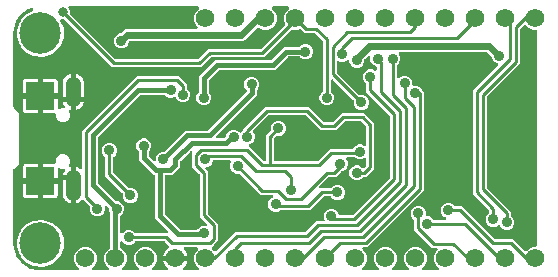
<source format=gbr>
G04 EAGLE Gerber RS-274X export*
G75*
%MOMM*%
%FSLAX34Y34*%
%LPD*%
%INBottom Copper*%
%IPPOS*%
%AMOC8*
5,1,8,0,0,1.08239X$1,22.5*%
G01*
%ADD10C,3.516000*%
%ADD11C,1.574800*%
%ADD12R,2.413000X2.413000*%
%ADD13C,1.308000*%
%ADD14C,0.906400*%
%ADD15C,0.889000*%
%ADD16C,0.406400*%
%ADD17C,0.609600*%
%ADD18C,0.254000*%
%ADD19C,0.800100*%

G36*
X57081Y2558D02*
X57081Y2558D01*
X57220Y2571D01*
X57240Y2578D01*
X57260Y2581D01*
X57388Y2632D01*
X57520Y2679D01*
X57536Y2690D01*
X57555Y2698D01*
X57668Y2779D01*
X57783Y2857D01*
X57796Y2873D01*
X57813Y2884D01*
X57901Y2992D01*
X57993Y3096D01*
X58002Y3114D01*
X58015Y3129D01*
X58075Y3255D01*
X58138Y3379D01*
X58142Y3399D01*
X58151Y3417D01*
X58177Y3553D01*
X58208Y3689D01*
X58207Y3710D01*
X58211Y3729D01*
X58202Y3868D01*
X58198Y4007D01*
X58192Y4027D01*
X58191Y4047D01*
X58148Y4179D01*
X58109Y4313D01*
X58099Y4330D01*
X58093Y4349D01*
X58018Y4467D01*
X57948Y4587D01*
X57929Y4608D01*
X57923Y4618D01*
X57908Y4632D01*
X57842Y4707D01*
X55317Y7232D01*
X53847Y10780D01*
X53847Y14620D01*
X55317Y18168D01*
X58032Y20883D01*
X61580Y22353D01*
X65420Y22353D01*
X68968Y20883D01*
X71683Y18168D01*
X73153Y14620D01*
X73153Y10780D01*
X71683Y7232D01*
X69158Y4707D01*
X69073Y4598D01*
X68985Y4491D01*
X68976Y4472D01*
X68964Y4456D01*
X68908Y4328D01*
X68849Y4203D01*
X68845Y4183D01*
X68837Y4164D01*
X68815Y4026D01*
X68789Y3890D01*
X68791Y3870D01*
X68787Y3850D01*
X68800Y3711D01*
X68809Y3573D01*
X68815Y3554D01*
X68817Y3534D01*
X68864Y3402D01*
X68907Y3271D01*
X68918Y3253D01*
X68925Y3234D01*
X69003Y3119D01*
X69077Y3002D01*
X69092Y2988D01*
X69103Y2971D01*
X69208Y2879D01*
X69309Y2784D01*
X69327Y2774D01*
X69342Y2761D01*
X69466Y2697D01*
X69587Y2630D01*
X69607Y2625D01*
X69625Y2616D01*
X69761Y2586D01*
X69895Y2551D01*
X69923Y2549D01*
X69935Y2546D01*
X69956Y2547D01*
X70056Y2541D01*
X82344Y2541D01*
X82481Y2558D01*
X82620Y2571D01*
X82640Y2578D01*
X82660Y2581D01*
X82788Y2632D01*
X82920Y2679D01*
X82936Y2690D01*
X82955Y2698D01*
X83068Y2779D01*
X83183Y2857D01*
X83196Y2873D01*
X83213Y2884D01*
X83301Y2992D01*
X83393Y3096D01*
X83402Y3114D01*
X83415Y3129D01*
X83475Y3255D01*
X83538Y3379D01*
X83542Y3399D01*
X83551Y3417D01*
X83577Y3553D01*
X83608Y3689D01*
X83607Y3710D01*
X83611Y3729D01*
X83602Y3868D01*
X83598Y4007D01*
X83592Y4027D01*
X83591Y4047D01*
X83548Y4179D01*
X83509Y4313D01*
X83499Y4330D01*
X83493Y4349D01*
X83418Y4467D01*
X83348Y4587D01*
X83329Y4608D01*
X83323Y4618D01*
X83308Y4632D01*
X83242Y4707D01*
X80717Y7232D01*
X79247Y10780D01*
X79247Y14620D01*
X80717Y18168D01*
X83432Y20883D01*
X84052Y21140D01*
X84077Y21154D01*
X84105Y21164D01*
X84215Y21233D01*
X84328Y21297D01*
X84349Y21318D01*
X84374Y21334D01*
X84463Y21428D01*
X84556Y21519D01*
X84572Y21544D01*
X84592Y21565D01*
X84655Y21679D01*
X84723Y21790D01*
X84731Y21818D01*
X84746Y21844D01*
X84778Y21970D01*
X84816Y22094D01*
X84818Y22123D01*
X84825Y22152D01*
X84835Y22312D01*
X84835Y50746D01*
X84834Y50755D01*
X84835Y50764D01*
X84814Y50913D01*
X84795Y51061D01*
X84792Y51070D01*
X84791Y51079D01*
X84739Y51232D01*
X83859Y53355D01*
X83859Y54647D01*
X83847Y54745D01*
X83844Y54844D01*
X83827Y54902D01*
X83819Y54962D01*
X83783Y55054D01*
X83755Y55149D01*
X83725Y55202D01*
X83702Y55258D01*
X83644Y55338D01*
X83594Y55423D01*
X83528Y55499D01*
X83516Y55515D01*
X83506Y55523D01*
X83488Y55544D01*
X82137Y56894D01*
X82028Y56979D01*
X81921Y57068D01*
X81902Y57077D01*
X81886Y57089D01*
X81758Y57145D01*
X81633Y57204D01*
X81613Y57207D01*
X81594Y57215D01*
X81456Y57237D01*
X81320Y57263D01*
X81300Y57262D01*
X81280Y57265D01*
X81141Y57252D01*
X81003Y57244D01*
X80984Y57237D01*
X80964Y57235D01*
X80832Y57188D01*
X80701Y57146D01*
X80683Y57135D01*
X80664Y57128D01*
X80549Y57050D01*
X80432Y56975D01*
X80418Y56961D01*
X80401Y56949D01*
X80309Y56845D01*
X80214Y56744D01*
X80204Y56726D01*
X80191Y56711D01*
X80127Y56587D01*
X80060Y56465D01*
X80055Y56446D01*
X80046Y56428D01*
X80016Y56292D01*
X79981Y56157D01*
X79979Y56129D01*
X79976Y56117D01*
X79977Y56097D01*
X79971Y55997D01*
X79971Y53355D01*
X79010Y51035D01*
X77235Y49260D01*
X74915Y48299D01*
X72405Y48299D01*
X70085Y49260D01*
X68310Y51035D01*
X67349Y53355D01*
X67349Y55944D01*
X67370Y56020D01*
X67371Y56049D01*
X67377Y56078D01*
X67373Y56208D01*
X67375Y56338D01*
X67368Y56366D01*
X67367Y56396D01*
X67331Y56521D01*
X67301Y56647D01*
X67287Y56673D01*
X67279Y56701D01*
X67213Y56814D01*
X67152Y56928D01*
X67133Y56950D01*
X67117Y56975D01*
X67011Y57096D01*
X63012Y61096D01*
X61987Y62120D01*
X61893Y62193D01*
X61804Y62272D01*
X61768Y62290D01*
X61736Y62315D01*
X61626Y62362D01*
X61521Y62416D01*
X61481Y62425D01*
X61444Y62441D01*
X61326Y62460D01*
X61210Y62486D01*
X61170Y62485D01*
X61130Y62491D01*
X61011Y62480D01*
X60892Y62476D01*
X60854Y62465D01*
X60813Y62461D01*
X60701Y62421D01*
X60587Y62388D01*
X60552Y62367D01*
X60514Y62354D01*
X60416Y62287D01*
X60313Y62226D01*
X60268Y62187D01*
X60251Y62175D01*
X60237Y62160D01*
X60192Y62120D01*
X59366Y61294D01*
X58209Y60453D01*
X56936Y59805D01*
X55576Y59363D01*
X55449Y59343D01*
X55449Y80570D01*
X55434Y80688D01*
X55427Y80807D01*
X55414Y80845D01*
X55409Y80885D01*
X55366Y80996D01*
X55329Y81109D01*
X55307Y81143D01*
X55292Y81181D01*
X55223Y81277D01*
X55212Y81294D01*
X55226Y81318D01*
X55251Y81350D01*
X55302Y81457D01*
X55360Y81562D01*
X55370Y81601D01*
X55387Y81637D01*
X55409Y81754D01*
X55439Y81870D01*
X55443Y81930D01*
X55447Y81950D01*
X55445Y81970D01*
X55449Y82030D01*
X55449Y90177D01*
X55576Y90157D01*
X56936Y89715D01*
X58209Y89067D01*
X58690Y88717D01*
X58725Y88698D01*
X58755Y88673D01*
X58864Y88622D01*
X58969Y88564D01*
X59007Y88554D01*
X59043Y88537D01*
X59161Y88515D01*
X59277Y88485D01*
X59316Y88485D01*
X59356Y88477D01*
X59475Y88485D01*
X59595Y88485D01*
X59633Y88495D01*
X59673Y88497D01*
X59787Y88534D01*
X59903Y88564D01*
X59938Y88583D01*
X59975Y88595D01*
X60077Y88659D01*
X60181Y88717D01*
X60210Y88744D01*
X60244Y88765D01*
X60326Y88853D01*
X60413Y88934D01*
X60435Y88968D01*
X60462Y88997D01*
X60520Y89102D01*
X60584Y89203D01*
X60596Y89241D01*
X60616Y89276D01*
X60645Y89391D01*
X60683Y89505D01*
X60685Y89545D01*
X60695Y89583D01*
X60705Y89744D01*
X60705Y120748D01*
X63011Y123054D01*
X63012Y123054D01*
X104784Y164826D01*
X107090Y167133D01*
X142338Y167133D01*
X149353Y160118D01*
X149353Y157278D01*
X149365Y157179D01*
X149368Y157081D01*
X149385Y157022D01*
X149393Y156962D01*
X149429Y156870D01*
X149457Y156775D01*
X149487Y156723D01*
X149510Y156667D01*
X149568Y156587D01*
X149618Y156501D01*
X149684Y156426D01*
X149696Y156409D01*
X149706Y156401D01*
X149724Y156380D01*
X151400Y154705D01*
X152361Y152385D01*
X152361Y149875D01*
X151400Y147555D01*
X149625Y145780D01*
X147305Y144819D01*
X144795Y144819D01*
X142475Y145780D01*
X140700Y147555D01*
X140285Y148556D01*
X140226Y148660D01*
X140174Y148766D01*
X140148Y148797D01*
X140128Y148832D01*
X140045Y148918D01*
X139968Y149008D01*
X139935Y149032D01*
X139907Y149061D01*
X139805Y149123D01*
X139708Y149192D01*
X139670Y149206D01*
X139635Y149227D01*
X139522Y149262D01*
X139410Y149304D01*
X139370Y149309D01*
X139332Y149321D01*
X139213Y149326D01*
X139094Y149340D01*
X139054Y149334D01*
X139014Y149336D01*
X138897Y149312D01*
X138779Y149295D01*
X138722Y149276D01*
X138702Y149272D01*
X138684Y149263D01*
X138627Y149243D01*
X137145Y148629D01*
X134635Y148629D01*
X132315Y149590D01*
X131402Y150504D01*
X131323Y150564D01*
X131251Y150632D01*
X131198Y150661D01*
X131150Y150698D01*
X131059Y150738D01*
X130973Y150786D01*
X130914Y150801D01*
X130859Y150825D01*
X130761Y150840D01*
X130665Y150865D01*
X130565Y150871D01*
X130545Y150875D01*
X130532Y150873D01*
X130504Y150875D01*
X110159Y150875D01*
X110061Y150863D01*
X109962Y150860D01*
X109904Y150843D01*
X109844Y150835D01*
X109752Y150799D01*
X109657Y150771D01*
X109605Y150741D01*
X109548Y150718D01*
X109468Y150660D01*
X109383Y150610D01*
X109307Y150544D01*
X109291Y150532D01*
X109283Y150522D01*
X109262Y150504D01*
X74286Y115528D01*
X74226Y115450D01*
X74158Y115378D01*
X74129Y115325D01*
X74092Y115277D01*
X74052Y115186D01*
X74004Y115099D01*
X73989Y115041D01*
X73965Y114985D01*
X73950Y114887D01*
X73925Y114791D01*
X73919Y114691D01*
X73915Y114671D01*
X73917Y114659D01*
X73915Y114631D01*
X73915Y77139D01*
X73927Y77041D01*
X73930Y76942D01*
X73947Y76884D01*
X73955Y76824D01*
X73991Y76732D01*
X74019Y76637D01*
X74049Y76584D01*
X74072Y76528D01*
X74130Y76448D01*
X74180Y76363D01*
X74246Y76287D01*
X74258Y76271D01*
X74268Y76263D01*
X74286Y76242D01*
X89236Y61292D01*
X89314Y61232D01*
X89386Y61164D01*
X89439Y61135D01*
X89487Y61098D01*
X89578Y61058D01*
X89665Y61010D01*
X89723Y60995D01*
X89779Y60971D01*
X89877Y60956D01*
X89973Y60931D01*
X90073Y60925D01*
X90093Y60921D01*
X90105Y60923D01*
X90133Y60921D01*
X91425Y60921D01*
X93745Y59960D01*
X95520Y58185D01*
X96481Y55865D01*
X96481Y53355D01*
X95520Y51035D01*
X93743Y49259D01*
X93723Y49247D01*
X93695Y49238D01*
X93585Y49168D01*
X93472Y49104D01*
X93451Y49083D01*
X93426Y49068D01*
X93337Y48973D01*
X93244Y48883D01*
X93228Y48857D01*
X93208Y48836D01*
X93145Y48722D01*
X93077Y48612D01*
X93069Y48583D01*
X93054Y48557D01*
X93022Y48432D01*
X92984Y48308D01*
X92982Y48278D01*
X92975Y48250D01*
X92965Y48089D01*
X92965Y35104D01*
X92982Y34966D01*
X92995Y34827D01*
X93002Y34808D01*
X93005Y34788D01*
X93056Y34659D01*
X93103Y34528D01*
X93114Y34511D01*
X93122Y34492D01*
X93203Y34380D01*
X93281Y34265D01*
X93297Y34252D01*
X93308Y34235D01*
X93416Y34146D01*
X93520Y34054D01*
X93538Y34045D01*
X93553Y34032D01*
X93679Y33973D01*
X93803Y33910D01*
X93823Y33905D01*
X93841Y33897D01*
X93978Y33871D01*
X94113Y33840D01*
X94134Y33841D01*
X94153Y33837D01*
X94292Y33846D01*
X94431Y33850D01*
X94451Y33856D01*
X94471Y33857D01*
X94603Y33900D01*
X94737Y33938D01*
X94754Y33949D01*
X94773Y33955D01*
X94891Y34029D01*
X95011Y34100D01*
X95032Y34118D01*
X95042Y34125D01*
X95056Y34140D01*
X95131Y34206D01*
X96755Y35830D01*
X99075Y36791D01*
X101585Y36791D01*
X103905Y35830D01*
X105580Y34154D01*
X105659Y34094D01*
X105731Y34026D01*
X105784Y33997D01*
X105832Y33960D01*
X105923Y33920D01*
X106009Y33872D01*
X106068Y33857D01*
X106123Y33833D01*
X106221Y33818D01*
X106317Y33793D01*
X106417Y33787D01*
X106437Y33783D01*
X106450Y33785D01*
X106478Y33783D01*
X132665Y33783D01*
X132802Y33800D01*
X132941Y33813D01*
X132960Y33820D01*
X132980Y33823D01*
X133109Y33874D01*
X133240Y33921D01*
X133257Y33932D01*
X133276Y33940D01*
X133388Y34021D01*
X133503Y34099D01*
X133517Y34115D01*
X133533Y34126D01*
X133622Y34234D01*
X133714Y34338D01*
X133723Y34356D01*
X133736Y34371D01*
X133795Y34497D01*
X133858Y34621D01*
X133863Y34641D01*
X133872Y34659D01*
X133898Y34795D01*
X133928Y34931D01*
X133928Y34952D01*
X133931Y34971D01*
X133923Y35110D01*
X133918Y35249D01*
X133913Y35269D01*
X133912Y35289D01*
X133869Y35421D01*
X133830Y35555D01*
X133820Y35572D01*
X133814Y35591D01*
X133739Y35709D01*
X133669Y35829D01*
X133650Y35850D01*
X133643Y35860D01*
X133629Y35874D01*
X133562Y35949D01*
X125688Y43824D01*
X122935Y46576D01*
X122935Y82296D01*
X122920Y82414D01*
X122913Y82533D01*
X122900Y82571D01*
X122895Y82612D01*
X122852Y82722D01*
X122815Y82835D01*
X122793Y82870D01*
X122778Y82907D01*
X122709Y83003D01*
X122645Y83104D01*
X122615Y83132D01*
X122592Y83165D01*
X122500Y83241D01*
X122413Y83322D01*
X122378Y83342D01*
X122347Y83367D01*
X122239Y83418D01*
X122135Y83476D01*
X122095Y83486D01*
X122059Y83503D01*
X121942Y83525D01*
X121827Y83555D01*
X121767Y83559D01*
X121747Y83563D01*
X121726Y83561D01*
X121666Y83565D01*
X121506Y83565D01*
X108965Y96106D01*
X108965Y102564D01*
X108953Y102662D01*
X108950Y102761D01*
X108933Y102820D01*
X108925Y102880D01*
X108889Y102972D01*
X108861Y103067D01*
X108831Y103119D01*
X108808Y103175D01*
X108750Y103255D01*
X108700Y103341D01*
X108634Y103416D01*
X108622Y103433D01*
X108612Y103441D01*
X108594Y103462D01*
X107680Y104375D01*
X106719Y106695D01*
X106719Y109205D01*
X107680Y111525D01*
X109455Y113300D01*
X111775Y114261D01*
X114285Y114261D01*
X116605Y113300D01*
X118380Y111525D01*
X119341Y109205D01*
X119341Y106695D01*
X118380Y104375D01*
X117466Y103462D01*
X117406Y103383D01*
X117338Y103311D01*
X117309Y103258D01*
X117272Y103210D01*
X117232Y103119D01*
X117184Y103033D01*
X117169Y102974D01*
X117145Y102919D01*
X117130Y102821D01*
X117105Y102725D01*
X117099Y102625D01*
X117095Y102605D01*
X117097Y102592D01*
X117095Y102564D01*
X117095Y99999D01*
X117107Y99901D01*
X117110Y99802D01*
X117127Y99744D01*
X117135Y99684D01*
X117171Y99592D01*
X117199Y99497D01*
X117229Y99445D01*
X117252Y99388D01*
X117310Y99308D01*
X117360Y99223D01*
X117426Y99147D01*
X117438Y99131D01*
X117448Y99123D01*
X117466Y99102D01*
X121063Y95506D01*
X121172Y95421D01*
X121279Y95332D01*
X121298Y95323D01*
X121314Y95311D01*
X121442Y95255D01*
X121567Y95196D01*
X121587Y95193D01*
X121606Y95185D01*
X121744Y95163D01*
X121880Y95137D01*
X121900Y95138D01*
X121920Y95135D01*
X122059Y95148D01*
X122197Y95156D01*
X122216Y95163D01*
X122236Y95165D01*
X122368Y95212D01*
X122499Y95254D01*
X122517Y95265D01*
X122536Y95272D01*
X122651Y95350D01*
X122768Y95425D01*
X122782Y95439D01*
X122799Y95451D01*
X122891Y95555D01*
X122986Y95656D01*
X122996Y95674D01*
X123009Y95689D01*
X123072Y95813D01*
X123140Y95935D01*
X123145Y95954D01*
X123154Y95972D01*
X123184Y96108D01*
X123219Y96243D01*
X123221Y96271D01*
X123224Y96283D01*
X123223Y96303D01*
X123229Y96403D01*
X123229Y97775D01*
X124190Y100095D01*
X125965Y101870D01*
X128285Y102831D01*
X129577Y102831D01*
X129675Y102843D01*
X129774Y102846D01*
X129832Y102863D01*
X129892Y102871D01*
X129984Y102907D01*
X130079Y102935D01*
X130131Y102965D01*
X130188Y102988D01*
X130268Y103046D01*
X130353Y103096D01*
X130429Y103162D01*
X130445Y103174D01*
X130453Y103184D01*
X130474Y103202D01*
X148176Y120905D01*
X166701Y120905D01*
X166799Y120917D01*
X166898Y120920D01*
X166956Y120937D01*
X167016Y120945D01*
X167108Y120981D01*
X167203Y121009D01*
X167255Y121039D01*
X167312Y121062D01*
X167392Y121120D01*
X167477Y121170D01*
X167553Y121236D01*
X167569Y121248D01*
X167577Y121258D01*
X167598Y121276D01*
X200034Y153712D01*
X200094Y153790D01*
X200162Y153862D01*
X200191Y153915D01*
X200228Y153963D01*
X200268Y154054D01*
X200316Y154141D01*
X200331Y154199D01*
X200355Y154255D01*
X200370Y154353D01*
X200395Y154449D01*
X200399Y154511D01*
X200400Y154514D01*
X200399Y154517D01*
X200401Y154549D01*
X200405Y154569D01*
X200403Y154581D01*
X200405Y154609D01*
X200405Y154634D01*
X200393Y154732D01*
X200390Y154831D01*
X200375Y154882D01*
X200375Y154886D01*
X200373Y154891D01*
X200365Y154950D01*
X200329Y155042D01*
X200301Y155137D01*
X200271Y155189D01*
X200248Y155245D01*
X200190Y155325D01*
X200140Y155411D01*
X200074Y155486D01*
X200062Y155503D01*
X200052Y155511D01*
X200034Y155532D01*
X199120Y156445D01*
X198159Y158765D01*
X198159Y161275D01*
X199120Y163595D01*
X200895Y165370D01*
X203215Y166331D01*
X205725Y166331D01*
X208045Y165370D01*
X209820Y163595D01*
X210781Y161275D01*
X210781Y158765D01*
X209820Y156445D01*
X208906Y155532D01*
X208846Y155453D01*
X208778Y155381D01*
X208749Y155328D01*
X208712Y155280D01*
X208672Y155189D01*
X208624Y155103D01*
X208609Y155044D01*
X208585Y154989D01*
X208570Y154891D01*
X208545Y154795D01*
X208539Y154695D01*
X208535Y154675D01*
X208537Y154662D01*
X208535Y154634D01*
X208535Y150716D01*
X205782Y147964D01*
X174540Y116721D01*
X174455Y116612D01*
X174366Y116505D01*
X174357Y116486D01*
X174345Y116470D01*
X174289Y116342D01*
X174230Y116217D01*
X174227Y116197D01*
X174219Y116178D01*
X174197Y116040D01*
X174171Y115904D01*
X174172Y115884D01*
X174169Y115864D01*
X174182Y115725D01*
X174190Y115587D01*
X174197Y115568D01*
X174199Y115548D01*
X174246Y115416D01*
X174288Y115285D01*
X174299Y115267D01*
X174306Y115248D01*
X174384Y115133D01*
X174459Y115016D01*
X174473Y115002D01*
X174485Y114985D01*
X174589Y114893D01*
X174690Y114798D01*
X174708Y114788D01*
X174723Y114775D01*
X174847Y114711D01*
X174969Y114644D01*
X174988Y114639D01*
X175006Y114630D01*
X175142Y114600D01*
X175277Y114565D01*
X175305Y114563D01*
X175317Y114560D01*
X175337Y114561D01*
X175437Y114555D01*
X180671Y114555D01*
X180769Y114567D01*
X180868Y114570D01*
X180926Y114587D01*
X180986Y114595D01*
X181078Y114631D01*
X181173Y114659D01*
X181225Y114689D01*
X181282Y114712D01*
X181362Y114770D01*
X181447Y114820D01*
X181523Y114886D01*
X181539Y114898D01*
X181547Y114908D01*
X181568Y114926D01*
X182572Y115930D01*
X182578Y115938D01*
X182585Y115944D01*
X182675Y116063D01*
X182767Y116182D01*
X182771Y116190D01*
X182776Y116198D01*
X182847Y116342D01*
X183880Y118836D01*
X185655Y120611D01*
X187975Y121572D01*
X190485Y121572D01*
X192805Y120611D01*
X193893Y119523D01*
X193987Y119450D01*
X194076Y119371D01*
X194112Y119353D01*
X194144Y119328D01*
X194253Y119281D01*
X194360Y119226D01*
X194399Y119218D01*
X194436Y119201D01*
X194554Y119183D01*
X194670Y119157D01*
X194710Y119158D01*
X194750Y119152D01*
X194869Y119163D01*
X194988Y119166D01*
X195027Y119178D01*
X195067Y119181D01*
X195179Y119222D01*
X195293Y119255D01*
X195328Y119275D01*
X195366Y119289D01*
X195465Y119356D01*
X195567Y119416D01*
X195612Y119456D01*
X195629Y119468D01*
X195643Y119483D01*
X195688Y119523D01*
X196986Y120820D01*
X197046Y120899D01*
X197114Y120971D01*
X197143Y121024D01*
X197180Y121072D01*
X197220Y121163D01*
X197268Y121249D01*
X197283Y121308D01*
X197307Y121363D01*
X197322Y121461D01*
X197347Y121557D01*
X197353Y121657D01*
X197357Y121677D01*
X197355Y121690D01*
X197357Y121718D01*
X197357Y122018D01*
X215802Y140463D01*
X252828Y140463D01*
X265156Y128134D01*
X265235Y128074D01*
X265307Y128006D01*
X265360Y127977D01*
X265408Y127940D01*
X265499Y127900D01*
X265585Y127852D01*
X265644Y127837D01*
X265699Y127813D01*
X265797Y127798D01*
X265893Y127773D01*
X265993Y127767D01*
X266014Y127763D01*
X266026Y127765D01*
X266054Y127763D01*
X272426Y127763D01*
X272524Y127775D01*
X272623Y127778D01*
X272682Y127795D01*
X272742Y127803D01*
X272834Y127839D01*
X272929Y127867D01*
X272981Y127897D01*
X273037Y127920D01*
X273117Y127978D01*
X273203Y128028D01*
X273278Y128094D01*
X273295Y128106D01*
X273303Y128116D01*
X273324Y128134D01*
X280572Y135383D01*
X299818Y135383D01*
X308103Y127098D01*
X308103Y88802D01*
X301088Y81787D01*
X299518Y81787D01*
X299420Y81775D01*
X299321Y81772D01*
X299262Y81755D01*
X299202Y81747D01*
X299110Y81711D01*
X299015Y81683D01*
X298963Y81653D01*
X298907Y81630D01*
X298827Y81572D01*
X298741Y81522D01*
X298666Y81456D01*
X298649Y81444D01*
X298641Y81434D01*
X298620Y81416D01*
X296945Y79740D01*
X294625Y78779D01*
X292115Y78779D01*
X289795Y79740D01*
X288020Y81515D01*
X287059Y83835D01*
X287059Y86345D01*
X288020Y88665D01*
X289795Y90440D01*
X292115Y91401D01*
X294625Y91401D01*
X296945Y90440D01*
X297774Y89610D01*
X297868Y89537D01*
X297958Y89458D01*
X297994Y89440D01*
X298026Y89415D01*
X298135Y89368D01*
X298241Y89314D01*
X298280Y89305D01*
X298318Y89289D01*
X298435Y89270D01*
X298551Y89244D01*
X298592Y89245D01*
X298632Y89239D01*
X298750Y89250D01*
X298869Y89254D01*
X298908Y89265D01*
X298948Y89269D01*
X299060Y89309D01*
X299175Y89342D01*
X299210Y89363D01*
X299248Y89377D01*
X299346Y89443D01*
X299449Y89504D01*
X299494Y89544D01*
X299511Y89555D01*
X299524Y89570D01*
X299569Y89610D01*
X301126Y91166D01*
X301186Y91245D01*
X301254Y91317D01*
X301283Y91370D01*
X301320Y91418D01*
X301360Y91509D01*
X301408Y91595D01*
X301423Y91654D01*
X301447Y91709D01*
X301462Y91807D01*
X301487Y91903D01*
X301493Y92003D01*
X301497Y92024D01*
X301495Y92036D01*
X301497Y92064D01*
X301497Y96468D01*
X301482Y96589D01*
X301475Y96702D01*
X301469Y96720D01*
X301467Y96745D01*
X301460Y96764D01*
X301457Y96784D01*
X301408Y96908D01*
X301377Y97005D01*
X301368Y97018D01*
X301359Y97045D01*
X301348Y97061D01*
X301340Y97080D01*
X301258Y97192D01*
X301253Y97201D01*
X301207Y97273D01*
X301197Y97282D01*
X301180Y97308D01*
X301165Y97321D01*
X301154Y97337D01*
X301046Y97426D01*
X301025Y97445D01*
X300975Y97491D01*
X300966Y97496D01*
X300942Y97518D01*
X300924Y97527D01*
X300909Y97540D01*
X300782Y97599D01*
X300744Y97619D01*
X300697Y97645D01*
X300689Y97647D01*
X300658Y97662D01*
X300639Y97667D01*
X300621Y97675D01*
X300485Y97701D01*
X300433Y97713D01*
X300389Y97724D01*
X300379Y97725D01*
X300348Y97732D01*
X300328Y97731D01*
X300309Y97735D01*
X300264Y97732D01*
X300228Y97734D01*
X300225Y97734D01*
X300158Y97726D01*
X300030Y97722D01*
X300011Y97716D01*
X299991Y97715D01*
X299939Y97698D01*
X299909Y97695D01*
X299838Y97666D01*
X299725Y97633D01*
X299707Y97623D01*
X299689Y97617D01*
X299647Y97591D01*
X299614Y97578D01*
X299600Y97568D01*
X297165Y96559D01*
X294655Y96559D01*
X292335Y97520D01*
X291930Y97926D01*
X291851Y97986D01*
X291779Y98054D01*
X291726Y98083D01*
X291678Y98120D01*
X291587Y98160D01*
X291501Y98208D01*
X291442Y98223D01*
X291387Y98247D01*
X291289Y98262D01*
X291193Y98287D01*
X291093Y98293D01*
X291073Y98297D01*
X291060Y98295D01*
X291032Y98297D01*
X285802Y98297D01*
X285663Y98280D01*
X285525Y98267D01*
X285506Y98260D01*
X285486Y98257D01*
X285357Y98206D01*
X285225Y98159D01*
X285209Y98148D01*
X285190Y98140D01*
X285078Y98058D01*
X284962Y97980D01*
X284949Y97965D01*
X284933Y97954D01*
X284844Y97846D01*
X284752Y97742D01*
X284743Y97724D01*
X284730Y97709D01*
X284671Y97582D01*
X284608Y97458D01*
X284603Y97439D01*
X284595Y97421D01*
X284569Y97285D01*
X284538Y97148D01*
X284539Y97128D01*
X284535Y97109D01*
X284544Y96970D01*
X284548Y96830D01*
X284554Y96811D01*
X284555Y96791D01*
X284598Y96659D01*
X284637Y96525D01*
X284647Y96507D01*
X284653Y96489D01*
X284690Y96430D01*
X285711Y93965D01*
X285711Y91455D01*
X284750Y89135D01*
X282975Y87360D01*
X280594Y86374D01*
X280570Y86367D01*
X280510Y86359D01*
X280418Y86323D01*
X280323Y86295D01*
X280271Y86265D01*
X280215Y86242D01*
X280135Y86184D01*
X280049Y86134D01*
X279974Y86068D01*
X279957Y86056D01*
X279949Y86046D01*
X279928Y86028D01*
X275688Y81787D01*
X269864Y81787D01*
X269766Y81775D01*
X269667Y81772D01*
X269608Y81755D01*
X269548Y81747D01*
X269456Y81711D01*
X269361Y81683D01*
X269309Y81653D01*
X269253Y81630D01*
X269173Y81572D01*
X269087Y81522D01*
X269012Y81456D01*
X268995Y81444D01*
X268987Y81434D01*
X268966Y81416D01*
X261600Y74049D01*
X261515Y73940D01*
X261426Y73833D01*
X261418Y73814D01*
X261405Y73798D01*
X261350Y73670D01*
X261291Y73545D01*
X261287Y73525D01*
X261279Y73506D01*
X261257Y73368D01*
X261231Y73232D01*
X261232Y73212D01*
X261229Y73192D01*
X261242Y73053D01*
X261251Y72915D01*
X261257Y72896D01*
X261259Y72876D01*
X261306Y72744D01*
X261349Y72613D01*
X261360Y72595D01*
X261367Y72576D01*
X261445Y72461D01*
X261519Y72344D01*
X261534Y72330D01*
X261545Y72313D01*
X261649Y72221D01*
X261751Y72126D01*
X261768Y72116D01*
X261784Y72103D01*
X261908Y72039D01*
X262029Y71972D01*
X262049Y71967D01*
X262067Y71958D01*
X262203Y71928D01*
X262337Y71893D01*
X262365Y71891D01*
X262377Y71888D01*
X262398Y71889D01*
X262498Y71883D01*
X270712Y71883D01*
X270810Y71895D01*
X270909Y71898D01*
X270968Y71915D01*
X271028Y71923D01*
X271120Y71959D01*
X271215Y71987D01*
X271267Y72017D01*
X271323Y72040D01*
X271403Y72098D01*
X271489Y72148D01*
X271564Y72214D01*
X271581Y72226D01*
X271589Y72236D01*
X271610Y72254D01*
X273285Y73930D01*
X275605Y74891D01*
X278115Y74891D01*
X280435Y73930D01*
X282210Y72155D01*
X283171Y69835D01*
X283171Y67325D01*
X282210Y65005D01*
X280435Y63230D01*
X278115Y62269D01*
X275605Y62269D01*
X273285Y63230D01*
X271610Y64906D01*
X271531Y64966D01*
X271459Y65034D01*
X271406Y65063D01*
X271358Y65100D01*
X271267Y65140D01*
X271181Y65188D01*
X271122Y65203D01*
X271067Y65227D01*
X270969Y65242D01*
X270873Y65267D01*
X270773Y65273D01*
X270753Y65277D01*
X270740Y65275D01*
X270712Y65277D01*
X266054Y65277D01*
X265956Y65265D01*
X265857Y65262D01*
X265798Y65245D01*
X265738Y65237D01*
X265646Y65201D01*
X265551Y65173D01*
X265499Y65143D01*
X265443Y65120D01*
X265363Y65062D01*
X265277Y65012D01*
X265202Y64946D01*
X265185Y64934D01*
X265177Y64924D01*
X265156Y64906D01*
X253844Y53593D01*
X229414Y53593D01*
X229316Y53581D01*
X229217Y53578D01*
X229158Y53561D01*
X229098Y53553D01*
X229006Y53517D01*
X228911Y53489D01*
X228859Y53459D01*
X228803Y53436D01*
X228723Y53378D01*
X228637Y53328D01*
X228562Y53262D01*
X228545Y53250D01*
X228537Y53240D01*
X228516Y53222D01*
X228365Y53070D01*
X226045Y52109D01*
X223535Y52109D01*
X221215Y53070D01*
X219440Y54845D01*
X218479Y57165D01*
X218479Y59675D01*
X219440Y61995D01*
X221215Y63770D01*
X222025Y64105D01*
X222086Y64140D01*
X222151Y64166D01*
X222223Y64218D01*
X222301Y64263D01*
X222351Y64311D01*
X222408Y64352D01*
X222465Y64422D01*
X222530Y64484D01*
X222566Y64544D01*
X222611Y64597D01*
X222649Y64679D01*
X222696Y64755D01*
X222717Y64822D01*
X222746Y64885D01*
X222763Y64973D01*
X222790Y65059D01*
X222793Y65129D01*
X222806Y65198D01*
X222800Y65287D01*
X222805Y65377D01*
X222791Y65445D01*
X222786Y65515D01*
X222759Y65600D01*
X222740Y65688D01*
X222710Y65751D01*
X222688Y65817D01*
X222640Y65893D01*
X222601Y65974D01*
X222555Y66027D01*
X222518Y66086D01*
X222453Y66148D01*
X222394Y66216D01*
X222337Y66256D01*
X222286Y66304D01*
X222208Y66347D01*
X222134Y66399D01*
X222069Y66424D01*
X222008Y66458D01*
X221921Y66480D01*
X221837Y66512D01*
X221768Y66520D01*
X221700Y66537D01*
X221539Y66547D01*
X211992Y66547D01*
X209686Y68853D01*
X209686Y68854D01*
X194417Y84123D01*
X194338Y84183D01*
X194266Y84251D01*
X194213Y84280D01*
X194165Y84317D01*
X194074Y84357D01*
X193988Y84405D01*
X193929Y84420D01*
X193874Y84444D01*
X193776Y84459D01*
X193680Y84484D01*
X193580Y84490D01*
X193560Y84494D01*
X193547Y84492D01*
X193519Y84494D01*
X191150Y84494D01*
X188830Y85455D01*
X187055Y87230D01*
X186094Y89550D01*
X186094Y92060D01*
X186899Y94002D01*
X186912Y94050D01*
X186933Y94095D01*
X186954Y94203D01*
X186983Y94309D01*
X186983Y94359D01*
X186993Y94408D01*
X186986Y94517D01*
X186988Y94627D01*
X186976Y94675D01*
X186973Y94725D01*
X186939Y94829D01*
X186914Y94936D01*
X186890Y94980D01*
X186875Y95027D01*
X186816Y95120D01*
X186765Y95217D01*
X186731Y95254D01*
X186705Y95296D01*
X186625Y95371D01*
X186551Y95453D01*
X186509Y95480D01*
X186473Y95514D01*
X186377Y95567D01*
X186285Y95627D01*
X186238Y95644D01*
X186195Y95668D01*
X186088Y95695D01*
X185984Y95731D01*
X185935Y95735D01*
X185887Y95747D01*
X185726Y95757D01*
X172463Y95757D01*
X172433Y95754D01*
X172404Y95756D01*
X172276Y95734D01*
X172147Y95717D01*
X172120Y95707D01*
X172091Y95702D01*
X171972Y95648D01*
X171852Y95600D01*
X171828Y95583D01*
X171801Y95571D01*
X171699Y95490D01*
X171594Y95414D01*
X171575Y95391D01*
X171552Y95372D01*
X171474Y95269D01*
X171391Y95169D01*
X171379Y95142D01*
X171361Y95118D01*
X171290Y94974D01*
X170450Y92945D01*
X168675Y91170D01*
X166316Y90193D01*
X166308Y90192D01*
X166169Y90179D01*
X166150Y90172D01*
X166130Y90169D01*
X166001Y90118D01*
X165870Y90071D01*
X165853Y90060D01*
X165835Y90052D01*
X165722Y89971D01*
X165607Y89893D01*
X165594Y89877D01*
X165577Y89866D01*
X165488Y89758D01*
X165396Y89654D01*
X165387Y89636D01*
X165374Y89621D01*
X165315Y89495D01*
X165252Y89371D01*
X165247Y89351D01*
X165239Y89333D01*
X165213Y89196D01*
X165182Y89061D01*
X165183Y89040D01*
X165179Y89021D01*
X165188Y88882D01*
X165192Y88743D01*
X165198Y88723D01*
X165199Y88703D01*
X165242Y88571D01*
X165280Y88437D01*
X165291Y88420D01*
X165297Y88401D01*
X165371Y88283D01*
X165442Y88163D01*
X165460Y88142D01*
X165467Y88132D01*
X165482Y88118D01*
X165548Y88043D01*
X167133Y86458D01*
X167133Y51424D01*
X167145Y51326D01*
X167148Y51227D01*
X167165Y51168D01*
X167173Y51108D01*
X167209Y51016D01*
X167237Y50921D01*
X167267Y50869D01*
X167290Y50813D01*
X167348Y50733D01*
X167398Y50647D01*
X167464Y50572D01*
X167476Y50555D01*
X167486Y50547D01*
X167504Y50526D01*
X176023Y42008D01*
X176023Y27842D01*
X173717Y25536D01*
X173716Y25536D01*
X172584Y24404D01*
X170713Y22533D01*
X170640Y22438D01*
X170562Y22349D01*
X170543Y22313D01*
X170518Y22281D01*
X170471Y22172D01*
X170417Y22066D01*
X170408Y22027D01*
X170392Y21989D01*
X170373Y21872D01*
X170347Y21756D01*
X170349Y21715D01*
X170342Y21675D01*
X170353Y21557D01*
X170357Y21438D01*
X170368Y21399D01*
X170372Y21359D01*
X170412Y21247D01*
X170445Y21132D01*
X170466Y21098D01*
X170480Y21059D01*
X170547Y20961D01*
X170607Y20858D01*
X170647Y20813D01*
X170658Y20796D01*
X170674Y20783D01*
X170713Y20738D01*
X172503Y18948D01*
X172597Y18875D01*
X172686Y18797D01*
X172722Y18778D01*
X172754Y18753D01*
X172863Y18706D01*
X172969Y18652D01*
X173009Y18643D01*
X173046Y18627D01*
X173163Y18608D01*
X173279Y18582D01*
X173320Y18584D01*
X173360Y18577D01*
X173478Y18588D01*
X173597Y18592D01*
X173636Y18603D01*
X173676Y18607D01*
X173789Y18647D01*
X173903Y18680D01*
X173938Y18701D01*
X173976Y18715D01*
X174074Y18782D01*
X174177Y18842D01*
X174222Y18882D01*
X174239Y18893D01*
X174252Y18909D01*
X174298Y18948D01*
X190402Y35053D01*
X249566Y35053D01*
X249664Y35065D01*
X249763Y35068D01*
X249822Y35085D01*
X249882Y35093D01*
X249974Y35129D01*
X250069Y35157D01*
X250121Y35187D01*
X250177Y35210D01*
X250257Y35268D01*
X250343Y35318D01*
X250418Y35384D01*
X250435Y35396D01*
X250443Y35406D01*
X250464Y35424D01*
X256676Y41636D01*
X258982Y43943D01*
X264838Y43943D01*
X264887Y43949D01*
X264937Y43947D01*
X265044Y43969D01*
X265154Y43983D01*
X265200Y44001D01*
X265248Y44011D01*
X265347Y44059D01*
X265449Y44100D01*
X265489Y44129D01*
X265534Y44151D01*
X265618Y44222D01*
X265707Y44286D01*
X265738Y44325D01*
X265776Y44357D01*
X265839Y44447D01*
X265909Y44531D01*
X265931Y44576D01*
X265959Y44617D01*
X265998Y44720D01*
X266045Y44819D01*
X266054Y44868D01*
X266072Y44914D01*
X266084Y45024D01*
X266105Y45131D01*
X266102Y45181D01*
X266107Y45230D01*
X266092Y45339D01*
X266085Y45449D01*
X266070Y45496D01*
X266063Y45545D01*
X266011Y45698D01*
X265469Y47005D01*
X265469Y49515D01*
X266430Y51835D01*
X268205Y53610D01*
X270525Y54571D01*
X273035Y54571D01*
X275355Y53610D01*
X277130Y51835D01*
X277970Y49806D01*
X277985Y49781D01*
X277994Y49753D01*
X278063Y49643D01*
X278128Y49530D01*
X278148Y49509D01*
X278164Y49484D01*
X278259Y49395D01*
X278349Y49302D01*
X278374Y49286D01*
X278396Y49266D01*
X278510Y49203D01*
X278620Y49135D01*
X278648Y49127D01*
X278674Y49112D01*
X278800Y49080D01*
X278924Y49042D01*
X278954Y49040D01*
X278982Y49033D01*
X279143Y49023D01*
X288936Y49023D01*
X289034Y49035D01*
X289133Y49038D01*
X289192Y49055D01*
X289252Y49063D01*
X289344Y49099D01*
X289439Y49127D01*
X289491Y49157D01*
X289547Y49180D01*
X289627Y49238D01*
X289713Y49288D01*
X289788Y49354D01*
X289805Y49366D01*
X289813Y49376D01*
X289834Y49394D01*
X321446Y81006D01*
X321506Y81085D01*
X321574Y81157D01*
X321603Y81210D01*
X321640Y81258D01*
X321680Y81349D01*
X321728Y81435D01*
X321743Y81494D01*
X321767Y81549D01*
X321782Y81647D01*
X321807Y81743D01*
X321813Y81843D01*
X321817Y81864D01*
X321815Y81876D01*
X321817Y81904D01*
X321817Y132726D01*
X321805Y132824D01*
X321802Y132923D01*
X321785Y132982D01*
X321777Y133042D01*
X321741Y133134D01*
X321713Y133229D01*
X321683Y133281D01*
X321660Y133337D01*
X321602Y133417D01*
X321552Y133503D01*
X321486Y133578D01*
X321474Y133595D01*
X321464Y133603D01*
X321446Y133624D01*
X301497Y153572D01*
X301497Y160222D01*
X301485Y160320D01*
X301482Y160419D01*
X301465Y160478D01*
X301457Y160538D01*
X301421Y160630D01*
X301393Y160725D01*
X301363Y160777D01*
X301340Y160833D01*
X301282Y160913D01*
X301232Y160999D01*
X301166Y161074D01*
X301154Y161091D01*
X301144Y161099D01*
X301126Y161120D01*
X299450Y162795D01*
X298489Y165115D01*
X298489Y167625D01*
X299450Y169945D01*
X301225Y171720D01*
X303545Y172681D01*
X306055Y172681D01*
X308470Y171681D01*
X308471Y171680D01*
X308599Y171624D01*
X308725Y171565D01*
X308745Y171561D01*
X308763Y171553D01*
X308901Y171531D01*
X309038Y171505D01*
X309057Y171506D01*
X309077Y171503D01*
X309216Y171516D01*
X309355Y171525D01*
X309374Y171531D01*
X309394Y171533D01*
X309525Y171580D01*
X309657Y171623D01*
X309674Y171633D01*
X309693Y171640D01*
X309809Y171718D01*
X309926Y171793D01*
X309940Y171807D01*
X309956Y171819D01*
X310048Y171923D01*
X310144Y172025D01*
X310154Y172042D01*
X310167Y172057D01*
X310230Y172181D01*
X310298Y172303D01*
X310303Y172322D01*
X310312Y172340D01*
X310342Y172476D01*
X310377Y172611D01*
X310379Y172638D01*
X310381Y172650D01*
X310381Y172671D01*
X310387Y172772D01*
X310387Y174247D01*
X310384Y174277D01*
X310386Y174306D01*
X310364Y174434D01*
X310347Y174563D01*
X310337Y174590D01*
X310332Y174619D01*
X310278Y174738D01*
X310230Y174858D01*
X310213Y174882D01*
X310201Y174909D01*
X310120Y175011D01*
X310044Y175116D01*
X310021Y175135D01*
X310002Y175158D01*
X309899Y175236D01*
X309799Y175319D01*
X309772Y175331D01*
X309748Y175349D01*
X309604Y175420D01*
X307575Y176260D01*
X305800Y178035D01*
X304839Y180355D01*
X304839Y183084D01*
X304822Y183221D01*
X304809Y183360D01*
X304802Y183379D01*
X304799Y183399D01*
X304748Y183528D01*
X304701Y183659D01*
X304690Y183676D01*
X304682Y183695D01*
X304601Y183807D01*
X304523Y183923D01*
X304507Y183936D01*
X304496Y183952D01*
X304388Y184041D01*
X304284Y184133D01*
X304266Y184142D01*
X304251Y184155D01*
X304125Y184214D01*
X304001Y184278D01*
X303981Y184282D01*
X303963Y184291D01*
X303827Y184317D01*
X303691Y184347D01*
X303670Y184347D01*
X303651Y184350D01*
X303512Y184342D01*
X303373Y184338D01*
X303353Y184332D01*
X303333Y184331D01*
X303201Y184288D01*
X303067Y184249D01*
X303050Y184239D01*
X303031Y184233D01*
X302913Y184158D01*
X302793Y184088D01*
X302772Y184069D01*
X302762Y184063D01*
X302748Y184048D01*
X302673Y183981D01*
X299965Y181274D01*
X299905Y181196D01*
X299837Y181124D01*
X299808Y181071D01*
X299771Y181023D01*
X299731Y180932D01*
X299683Y180845D01*
X299668Y180787D01*
X299644Y180731D01*
X299629Y180633D01*
X299604Y180537D01*
X299598Y180437D01*
X299594Y180417D01*
X299596Y180405D01*
X299594Y180377D01*
X299594Y179102D01*
X298646Y176815D01*
X296895Y175064D01*
X294608Y174116D01*
X292132Y174116D01*
X289845Y175064D01*
X288094Y176815D01*
X287146Y179102D01*
X287146Y179907D01*
X287129Y180045D01*
X287116Y180184D01*
X287109Y180203D01*
X287106Y180223D01*
X287055Y180352D01*
X287008Y180483D01*
X286997Y180500D01*
X286989Y180519D01*
X286908Y180631D01*
X286830Y180746D01*
X286814Y180759D01*
X286803Y180776D01*
X286695Y180865D01*
X286591Y180957D01*
X286573Y180966D01*
X286558Y180979D01*
X286432Y181038D01*
X286308Y181101D01*
X286288Y181106D01*
X286270Y181114D01*
X286133Y181140D01*
X285998Y181171D01*
X285977Y181170D01*
X285958Y181174D01*
X285819Y181165D01*
X285680Y181161D01*
X285660Y181155D01*
X285640Y181154D01*
X285508Y181112D01*
X285374Y181073D01*
X285357Y181062D01*
X285338Y181056D01*
X285220Y180982D01*
X285100Y180911D01*
X285079Y180893D01*
X285069Y180886D01*
X285055Y180871D01*
X284980Y180805D01*
X284245Y180070D01*
X281925Y179109D01*
X279415Y179109D01*
X278108Y179651D01*
X278060Y179664D01*
X278015Y179685D01*
X277907Y179706D01*
X277801Y179735D01*
X277751Y179735D01*
X277702Y179745D01*
X277593Y179738D01*
X277483Y179740D01*
X277435Y179728D01*
X277385Y179725D01*
X277281Y179691D01*
X277174Y179665D01*
X277130Y179642D01*
X277083Y179627D01*
X276990Y179568D01*
X276893Y179517D01*
X276856Y179483D01*
X276814Y179457D01*
X276739Y179377D01*
X276657Y179303D01*
X276630Y179261D01*
X276596Y179225D01*
X276543Y179129D01*
X276483Y179037D01*
X276466Y178990D01*
X276442Y178947D01*
X276415Y178840D01*
X276379Y178736D01*
X276375Y178687D01*
X276363Y178639D01*
X276353Y178478D01*
X276353Y170804D01*
X276365Y170706D01*
X276368Y170607D01*
X276385Y170548D01*
X276393Y170488D01*
X276429Y170396D01*
X276457Y170301D01*
X276487Y170249D01*
X276510Y170193D01*
X276568Y170113D01*
X276618Y170027D01*
X276684Y169952D01*
X276696Y169935D01*
X276706Y169927D01*
X276724Y169906D01*
X295168Y151462D01*
X295247Y151402D01*
X295319Y151334D01*
X295372Y151305D01*
X295420Y151268D01*
X295511Y151228D01*
X295597Y151180D01*
X295656Y151165D01*
X295711Y151141D01*
X295809Y151126D01*
X295905Y151101D01*
X296005Y151095D01*
X296025Y151091D01*
X296038Y151093D01*
X296066Y151091D01*
X298435Y151091D01*
X300755Y150130D01*
X302530Y148355D01*
X303491Y146035D01*
X303491Y143525D01*
X302530Y141205D01*
X300755Y139430D01*
X298435Y138469D01*
X295925Y138469D01*
X293605Y139430D01*
X291830Y141205D01*
X290869Y143525D01*
X290869Y145894D01*
X290857Y145992D01*
X290854Y146091D01*
X290837Y146150D01*
X290829Y146210D01*
X290793Y146302D01*
X290765Y146397D01*
X290735Y146449D01*
X290712Y146505D01*
X290654Y146585D01*
X290604Y146671D01*
X290538Y146746D01*
X290526Y146763D01*
X290516Y146771D01*
X290498Y146792D01*
X273439Y163850D01*
X273330Y163935D01*
X273223Y164024D01*
X273204Y164032D01*
X273188Y164045D01*
X273060Y164100D01*
X272935Y164159D01*
X272915Y164163D01*
X272896Y164171D01*
X272758Y164193D01*
X272622Y164219D01*
X272602Y164218D01*
X272582Y164221D01*
X272443Y164208D01*
X272305Y164199D01*
X272286Y164193D01*
X272266Y164191D01*
X272134Y164144D01*
X272003Y164101D01*
X271985Y164090D01*
X271966Y164083D01*
X271851Y164005D01*
X271734Y163931D01*
X271720Y163916D01*
X271703Y163905D01*
X271611Y163801D01*
X271516Y163699D01*
X271506Y163682D01*
X271493Y163666D01*
X271429Y163543D01*
X271362Y163421D01*
X271357Y163401D01*
X271348Y163383D01*
X271318Y163247D01*
X271283Y163113D01*
X271281Y163085D01*
X271278Y163073D01*
X271279Y163052D01*
X271273Y162952D01*
X271273Y154615D01*
X271285Y154517D01*
X271288Y154417D01*
X271305Y154359D01*
X271313Y154299D01*
X271349Y154207D01*
X271377Y154112D01*
X271407Y154060D01*
X271430Y154003D01*
X271488Y153923D01*
X271538Y153838D01*
X271604Y153763D01*
X271616Y153746D01*
X271626Y153738D01*
X271644Y153717D01*
X273246Y152115D01*
X274194Y149828D01*
X274194Y147352D01*
X273246Y145065D01*
X271495Y143314D01*
X269208Y142366D01*
X266732Y142366D01*
X264445Y143314D01*
X262694Y145065D01*
X261746Y147352D01*
X261746Y149828D01*
X262694Y152115D01*
X264296Y153717D01*
X264356Y153795D01*
X264424Y153868D01*
X264453Y153921D01*
X264490Y153968D01*
X264530Y154059D01*
X264578Y154146D01*
X264593Y154205D01*
X264617Y154260D01*
X264632Y154358D01*
X264657Y154454D01*
X264663Y154554D01*
X264667Y154574D01*
X264665Y154587D01*
X264667Y154615D01*
X264667Y196226D01*
X264655Y196324D01*
X264652Y196423D01*
X264635Y196482D01*
X264627Y196542D01*
X264591Y196634D01*
X264563Y196729D01*
X264533Y196781D01*
X264510Y196837D01*
X264452Y196917D01*
X264402Y197003D01*
X264336Y197078D01*
X264324Y197095D01*
X264314Y197103D01*
X264296Y197124D01*
X258084Y203336D01*
X258005Y203396D01*
X257933Y203464D01*
X257880Y203493D01*
X257832Y203530D01*
X257741Y203570D01*
X257655Y203618D01*
X257596Y203633D01*
X257541Y203657D01*
X257443Y203672D01*
X257347Y203697D01*
X257247Y203703D01*
X257226Y203707D01*
X257214Y203705D01*
X257186Y203707D01*
X248822Y203707D01*
X245985Y206544D01*
X245962Y206562D01*
X245942Y206585D01*
X245879Y206630D01*
X245861Y206647D01*
X245834Y206662D01*
X245734Y206739D01*
X245706Y206751D01*
X245682Y206768D01*
X245561Y206814D01*
X245442Y206866D01*
X245413Y206870D01*
X245385Y206881D01*
X245256Y206895D01*
X245128Y206916D01*
X245098Y206913D01*
X245069Y206916D01*
X244940Y206898D01*
X244811Y206886D01*
X244783Y206876D01*
X244754Y206872D01*
X244602Y206820D01*
X243220Y206247D01*
X239380Y206247D01*
X238896Y206448D01*
X238868Y206455D01*
X238842Y206469D01*
X238715Y206497D01*
X238590Y206531D01*
X238560Y206532D01*
X238531Y206538D01*
X238402Y206534D01*
X238272Y206537D01*
X238243Y206530D01*
X238213Y206529D01*
X238089Y206493D01*
X237962Y206462D01*
X237936Y206449D01*
X237908Y206440D01*
X237796Y206374D01*
X237681Y206314D01*
X237660Y206294D01*
X237634Y206279D01*
X237513Y206172D01*
X214728Y183387D01*
X170804Y183387D01*
X170706Y183375D01*
X170607Y183372D01*
X170548Y183355D01*
X170488Y183347D01*
X170396Y183311D01*
X170301Y183283D01*
X170249Y183253D01*
X170193Y183230D01*
X170113Y183172D01*
X170027Y183122D01*
X169952Y183056D01*
X169935Y183044D01*
X169927Y183034D01*
X169906Y183016D01*
X161388Y174497D01*
X86262Y174497D01*
X45930Y214829D01*
X45852Y214890D01*
X45780Y214958D01*
X45727Y214987D01*
X45679Y215024D01*
X45588Y215063D01*
X45501Y215111D01*
X45443Y215126D01*
X45387Y215150D01*
X45289Y215166D01*
X45193Y215191D01*
X45093Y215197D01*
X45073Y215200D01*
X45061Y215199D01*
X45033Y215201D01*
X43567Y215201D01*
X43502Y215192D01*
X43435Y215194D01*
X43344Y215173D01*
X43252Y215161D01*
X43190Y215137D01*
X43126Y215121D01*
X43043Y215078D01*
X42956Y215044D01*
X42903Y215005D01*
X42844Y214974D01*
X42774Y214912D01*
X42699Y214857D01*
X42657Y214806D01*
X42607Y214762D01*
X42556Y214684D01*
X42496Y214612D01*
X42468Y214552D01*
X42431Y214497D01*
X42400Y214409D01*
X42361Y214324D01*
X42348Y214259D01*
X42326Y214197D01*
X42318Y214104D01*
X42301Y214012D01*
X42305Y213946D01*
X42299Y213880D01*
X42315Y213788D01*
X42320Y213695D01*
X42341Y213632D01*
X42352Y213566D01*
X42408Y213415D01*
X45092Y207386D01*
X45092Y199014D01*
X41687Y191366D01*
X35466Y185765D01*
X27504Y183178D01*
X19179Y184053D01*
X14530Y186737D01*
X14527Y186738D01*
X14525Y186740D01*
X14402Y186800D01*
X14301Y186868D01*
X14292Y186874D01*
X14288Y186876D01*
X14280Y186881D01*
X11929Y188239D01*
X9184Y192016D01*
X9171Y192030D01*
X9161Y192047D01*
X9055Y192168D01*
X8982Y192241D01*
X8962Y192275D01*
X8937Y192340D01*
X8850Y192476D01*
X7008Y195011D01*
X6158Y199013D01*
X6146Y199047D01*
X6141Y199082D01*
X6089Y199235D01*
X6041Y199349D01*
X6041Y199427D01*
X6035Y199479D01*
X6037Y199531D01*
X6014Y199691D01*
X5268Y203200D01*
X6014Y206709D01*
X6018Y206762D01*
X6031Y206812D01*
X6041Y206973D01*
X6041Y207051D01*
X6089Y207165D01*
X6098Y207200D01*
X6114Y207232D01*
X6158Y207387D01*
X7008Y211389D01*
X8850Y213924D01*
X8884Y213985D01*
X8925Y214040D01*
X8986Y214163D01*
X9055Y214232D01*
X9067Y214248D01*
X9082Y214260D01*
X9184Y214384D01*
X11929Y218161D01*
X14280Y219519D01*
X14349Y219571D01*
X14379Y219589D01*
X14381Y219589D01*
X14383Y219591D01*
X14385Y219591D01*
X14530Y219663D01*
X18972Y222228D01*
X18993Y222244D01*
X19017Y222255D01*
X19120Y222340D01*
X19225Y222420D01*
X19242Y222441D01*
X19262Y222458D01*
X19340Y222565D01*
X19423Y222669D01*
X19434Y222693D01*
X19449Y222715D01*
X19498Y222838D01*
X19552Y222960D01*
X19557Y222986D01*
X19566Y223011D01*
X19583Y223142D01*
X19605Y223273D01*
X19603Y223300D01*
X19606Y223326D01*
X19590Y223458D01*
X19579Y223590D01*
X19570Y223615D01*
X19567Y223642D01*
X19518Y223765D01*
X19474Y223890D01*
X19460Y223913D01*
X19450Y223937D01*
X19372Y224045D01*
X19299Y224155D01*
X19279Y224173D01*
X19263Y224195D01*
X19161Y224280D01*
X19062Y224368D01*
X19039Y224381D01*
X19018Y224398D01*
X18898Y224454D01*
X18781Y224516D01*
X18755Y224522D01*
X18731Y224533D01*
X18600Y224559D01*
X18471Y224589D01*
X18445Y224588D01*
X18418Y224593D01*
X18286Y224585D01*
X18153Y224583D01*
X18128Y224575D01*
X18101Y224574D01*
X17945Y224534D01*
X15206Y223644D01*
X15099Y223594D01*
X14988Y223550D01*
X14937Y223517D01*
X14918Y223509D01*
X14903Y223496D01*
X14852Y223464D01*
X9388Y219493D01*
X9301Y219412D01*
X9209Y219336D01*
X9171Y219290D01*
X9156Y219276D01*
X9145Y219258D01*
X9107Y219212D01*
X5136Y213748D01*
X5079Y213644D01*
X5015Y213544D01*
X4993Y213487D01*
X4983Y213469D01*
X4978Y213449D01*
X4956Y213394D01*
X2869Y206970D01*
X2856Y206902D01*
X2833Y206836D01*
X2810Y206677D01*
X2545Y203300D01*
X2546Y203278D01*
X2541Y203200D01*
X2541Y141278D01*
X2553Y141180D01*
X2556Y141081D01*
X2573Y141023D01*
X2581Y140963D01*
X2617Y140871D01*
X2645Y140775D01*
X2675Y140723D01*
X2698Y140667D01*
X2756Y140587D01*
X2806Y140502D01*
X2872Y140426D01*
X2884Y140410D01*
X2894Y140402D01*
X2912Y140381D01*
X7621Y135672D01*
X7621Y92928D01*
X2912Y88219D01*
X2852Y88141D01*
X2784Y88069D01*
X2755Y88016D01*
X2718Y87968D01*
X2678Y87877D01*
X2630Y87790D01*
X2615Y87732D01*
X2591Y87676D01*
X2576Y87578D01*
X2551Y87483D01*
X2545Y87382D01*
X2541Y87362D01*
X2543Y87350D01*
X2541Y87322D01*
X2541Y25400D01*
X2543Y25378D01*
X2545Y25300D01*
X2810Y21923D01*
X2824Y21855D01*
X2829Y21786D01*
X2869Y21630D01*
X4956Y15206D01*
X5006Y15099D01*
X5050Y14988D01*
X5083Y14937D01*
X5091Y14918D01*
X5104Y14903D01*
X5136Y14852D01*
X9107Y9388D01*
X9127Y9366D01*
X9138Y9348D01*
X9184Y9305D01*
X9188Y9301D01*
X9264Y9209D01*
X9310Y9171D01*
X9324Y9156D01*
X9342Y9145D01*
X9388Y9107D01*
X14596Y5322D01*
X14852Y5136D01*
X14887Y5117D01*
X14918Y5092D01*
X14990Y5058D01*
X15056Y5015D01*
X15113Y4993D01*
X15131Y4983D01*
X15150Y4978D01*
X15205Y4956D01*
X15206Y4956D01*
X17945Y4066D01*
X17971Y4061D01*
X17996Y4051D01*
X18127Y4031D01*
X18257Y4006D01*
X18284Y4008D01*
X18310Y4004D01*
X18441Y4018D01*
X18455Y4008D01*
X18474Y3989D01*
X18585Y3917D01*
X18694Y3842D01*
X18719Y3832D01*
X18742Y3818D01*
X18891Y3759D01*
X21630Y2869D01*
X21698Y2856D01*
X21764Y2833D01*
X21923Y2810D01*
X25300Y2545D01*
X25322Y2546D01*
X25400Y2541D01*
X56944Y2541D01*
X57081Y2558D01*
G37*
G36*
X311081Y2558D02*
X311081Y2558D01*
X311220Y2571D01*
X311240Y2578D01*
X311260Y2581D01*
X311388Y2632D01*
X311520Y2679D01*
X311536Y2690D01*
X311555Y2698D01*
X311668Y2779D01*
X311783Y2857D01*
X311796Y2873D01*
X311813Y2884D01*
X311901Y2992D01*
X311993Y3096D01*
X312002Y3114D01*
X312015Y3129D01*
X312075Y3255D01*
X312138Y3379D01*
X312142Y3399D01*
X312151Y3417D01*
X312177Y3553D01*
X312208Y3689D01*
X312207Y3710D01*
X312211Y3729D01*
X312202Y3868D01*
X312198Y4007D01*
X312192Y4027D01*
X312191Y4047D01*
X312148Y4179D01*
X312109Y4313D01*
X312099Y4330D01*
X312093Y4349D01*
X312018Y4467D01*
X311948Y4587D01*
X311929Y4608D01*
X311923Y4618D01*
X311908Y4632D01*
X311842Y4707D01*
X309317Y7232D01*
X307847Y10780D01*
X307847Y14620D01*
X309317Y18168D01*
X312032Y20883D01*
X315580Y22353D01*
X319420Y22353D01*
X322968Y20883D01*
X325683Y18168D01*
X327153Y14620D01*
X327153Y10780D01*
X325683Y7232D01*
X323158Y4707D01*
X323073Y4598D01*
X322985Y4491D01*
X322976Y4472D01*
X322964Y4456D01*
X322908Y4328D01*
X322849Y4203D01*
X322845Y4183D01*
X322837Y4164D01*
X322815Y4026D01*
X322789Y3890D01*
X322791Y3870D01*
X322787Y3850D01*
X322800Y3711D01*
X322809Y3573D01*
X322815Y3554D01*
X322817Y3534D01*
X322864Y3402D01*
X322907Y3271D01*
X322918Y3253D01*
X322925Y3234D01*
X323003Y3119D01*
X323077Y3002D01*
X323092Y2988D01*
X323103Y2971D01*
X323208Y2879D01*
X323309Y2784D01*
X323327Y2774D01*
X323342Y2761D01*
X323466Y2697D01*
X323587Y2630D01*
X323607Y2625D01*
X323625Y2616D01*
X323761Y2586D01*
X323895Y2551D01*
X323923Y2549D01*
X323935Y2546D01*
X323956Y2547D01*
X324056Y2541D01*
X336344Y2541D01*
X336481Y2558D01*
X336620Y2571D01*
X336640Y2578D01*
X336660Y2581D01*
X336788Y2632D01*
X336920Y2679D01*
X336936Y2690D01*
X336955Y2698D01*
X337068Y2779D01*
X337183Y2857D01*
X337196Y2873D01*
X337213Y2884D01*
X337301Y2992D01*
X337393Y3096D01*
X337402Y3114D01*
X337415Y3129D01*
X337475Y3255D01*
X337538Y3379D01*
X337542Y3399D01*
X337551Y3417D01*
X337577Y3553D01*
X337608Y3689D01*
X337607Y3710D01*
X337611Y3729D01*
X337602Y3868D01*
X337598Y4007D01*
X337592Y4027D01*
X337591Y4047D01*
X337548Y4179D01*
X337509Y4313D01*
X337499Y4330D01*
X337493Y4349D01*
X337418Y4467D01*
X337348Y4587D01*
X337329Y4608D01*
X337323Y4618D01*
X337308Y4632D01*
X337242Y4707D01*
X334717Y7232D01*
X333247Y10780D01*
X333247Y14620D01*
X334717Y18168D01*
X337432Y20883D01*
X340980Y22353D01*
X344820Y22353D01*
X348368Y20883D01*
X351083Y18168D01*
X352553Y14620D01*
X352553Y10780D01*
X351083Y7232D01*
X348558Y4707D01*
X348473Y4598D01*
X348385Y4491D01*
X348376Y4472D01*
X348364Y4456D01*
X348308Y4328D01*
X348249Y4203D01*
X348245Y4183D01*
X348237Y4164D01*
X348215Y4026D01*
X348189Y3890D01*
X348191Y3870D01*
X348187Y3850D01*
X348200Y3711D01*
X348209Y3573D01*
X348215Y3554D01*
X348217Y3534D01*
X348264Y3402D01*
X348307Y3271D01*
X348318Y3253D01*
X348325Y3234D01*
X348403Y3119D01*
X348477Y3002D01*
X348492Y2988D01*
X348503Y2971D01*
X348608Y2879D01*
X348709Y2784D01*
X348727Y2774D01*
X348742Y2761D01*
X348866Y2697D01*
X348987Y2630D01*
X349007Y2625D01*
X349025Y2616D01*
X349161Y2586D01*
X349295Y2551D01*
X349323Y2549D01*
X349335Y2546D01*
X349356Y2547D01*
X349456Y2541D01*
X361744Y2541D01*
X361881Y2558D01*
X362020Y2571D01*
X362040Y2578D01*
X362060Y2581D01*
X362188Y2632D01*
X362320Y2679D01*
X362336Y2690D01*
X362355Y2698D01*
X362468Y2779D01*
X362583Y2857D01*
X362596Y2873D01*
X362613Y2884D01*
X362701Y2992D01*
X362793Y3096D01*
X362802Y3114D01*
X362815Y3129D01*
X362875Y3255D01*
X362938Y3379D01*
X362942Y3399D01*
X362951Y3417D01*
X362977Y3553D01*
X363008Y3689D01*
X363007Y3710D01*
X363011Y3729D01*
X363002Y3868D01*
X362998Y4007D01*
X362992Y4027D01*
X362991Y4047D01*
X362948Y4179D01*
X362909Y4313D01*
X362899Y4330D01*
X362893Y4349D01*
X362818Y4467D01*
X362748Y4587D01*
X362729Y4608D01*
X362723Y4618D01*
X362708Y4632D01*
X362642Y4707D01*
X360117Y7232D01*
X358647Y10780D01*
X358647Y14620D01*
X360117Y18168D01*
X361372Y19423D01*
X361457Y19532D01*
X361545Y19639D01*
X361554Y19658D01*
X361566Y19674D01*
X361622Y19801D01*
X361681Y19927D01*
X361685Y19947D01*
X361693Y19966D01*
X361715Y20104D01*
X361741Y20240D01*
X361739Y20260D01*
X361743Y20280D01*
X361730Y20419D01*
X361721Y20557D01*
X361715Y20576D01*
X361713Y20596D01*
X361666Y20728D01*
X361623Y20859D01*
X361612Y20877D01*
X361605Y20896D01*
X361527Y21011D01*
X361453Y21128D01*
X361438Y21142D01*
X361427Y21159D01*
X361322Y21251D01*
X361221Y21346D01*
X361203Y21356D01*
X361188Y21369D01*
X361064Y21433D01*
X360943Y21500D01*
X360923Y21505D01*
X360905Y21514D01*
X360769Y21544D01*
X360635Y21579D01*
X360607Y21581D01*
X360595Y21584D01*
X360574Y21583D01*
X360474Y21589D01*
X357280Y21589D01*
X342137Y36732D01*
X342137Y44652D01*
X342125Y44750D01*
X342122Y44849D01*
X342105Y44908D01*
X342097Y44968D01*
X342061Y45060D01*
X342033Y45155D01*
X342003Y45207D01*
X341980Y45263D01*
X341922Y45343D01*
X341872Y45429D01*
X341806Y45504D01*
X341794Y45521D01*
X341784Y45529D01*
X341766Y45550D01*
X340090Y47225D01*
X339129Y49545D01*
X339129Y52055D01*
X340090Y54375D01*
X341865Y56150D01*
X344185Y57111D01*
X346695Y57111D01*
X349015Y56150D01*
X350790Y54375D01*
X351751Y52055D01*
X351751Y49490D01*
X351766Y49372D01*
X351773Y49253D01*
X351786Y49215D01*
X351791Y49174D01*
X351834Y49064D01*
X351871Y48951D01*
X351893Y48916D01*
X351908Y48879D01*
X351977Y48783D01*
X352041Y48682D01*
X352071Y48654D01*
X352094Y48621D01*
X352186Y48545D01*
X352273Y48464D01*
X352308Y48444D01*
X352339Y48419D01*
X352447Y48368D01*
X352551Y48310D01*
X352591Y48300D01*
X352627Y48283D01*
X352744Y48261D01*
X352859Y48231D01*
X352919Y48227D01*
X352939Y48223D01*
X352960Y48225D01*
X353020Y48221D01*
X354315Y48221D01*
X356635Y47260D01*
X358310Y45584D01*
X358389Y45524D01*
X358461Y45456D01*
X358514Y45427D01*
X358562Y45390D01*
X358653Y45350D01*
X358739Y45302D01*
X358798Y45287D01*
X358853Y45263D01*
X358951Y45248D01*
X359047Y45223D01*
X359147Y45217D01*
X359167Y45213D01*
X359180Y45215D01*
X359208Y45213D01*
X367589Y45213D01*
X367658Y45221D01*
X367728Y45220D01*
X367816Y45241D01*
X367905Y45253D01*
X367970Y45278D01*
X368038Y45295D01*
X368117Y45337D01*
X368201Y45370D01*
X368257Y45411D01*
X368319Y45443D01*
X368385Y45504D01*
X368458Y45556D01*
X368502Y45610D01*
X368554Y45657D01*
X368603Y45732D01*
X368661Y45801D01*
X368690Y45865D01*
X368729Y45923D01*
X368758Y46008D01*
X368796Y46089D01*
X368809Y46158D01*
X368832Y46224D01*
X368839Y46313D01*
X368856Y46401D01*
X368852Y46471D01*
X368857Y46541D01*
X368842Y46629D01*
X368836Y46719D01*
X368815Y46785D01*
X368803Y46854D01*
X368766Y46936D01*
X368738Y47021D01*
X368701Y47080D01*
X368672Y47144D01*
X368616Y47214D01*
X368568Y47290D01*
X368517Y47338D01*
X368474Y47392D01*
X368402Y47446D01*
X368336Y47508D01*
X368275Y47542D01*
X368220Y47584D01*
X368075Y47655D01*
X367265Y47990D01*
X365490Y49765D01*
X364529Y52085D01*
X364529Y54595D01*
X365490Y56915D01*
X367265Y58690D01*
X369585Y59651D01*
X372095Y59651D01*
X374415Y58690D01*
X376090Y57014D01*
X376169Y56954D01*
X376241Y56886D01*
X376294Y56857D01*
X376342Y56820D01*
X376433Y56780D01*
X376519Y56732D01*
X376578Y56717D01*
X376633Y56693D01*
X376731Y56678D01*
X376827Y56653D01*
X376927Y56647D01*
X376947Y56643D01*
X376960Y56645D01*
X376988Y56643D01*
X382368Y56643D01*
X409936Y29074D01*
X410015Y29014D01*
X410087Y28946D01*
X410140Y28917D01*
X410188Y28880D01*
X410279Y28840D01*
X410365Y28792D01*
X410424Y28777D01*
X410479Y28753D01*
X410577Y28738D01*
X410673Y28713D01*
X410773Y28707D01*
X410794Y28703D01*
X410806Y28705D01*
X410834Y28703D01*
X425548Y28703D01*
X435302Y18948D01*
X435397Y18875D01*
X435486Y18797D01*
X435522Y18778D01*
X435554Y18753D01*
X435663Y18706D01*
X435769Y18652D01*
X435808Y18643D01*
X435846Y18627D01*
X435963Y18608D01*
X436079Y18582D01*
X436120Y18584D01*
X436160Y18577D01*
X436278Y18588D01*
X436397Y18592D01*
X436436Y18603D01*
X436476Y18607D01*
X436588Y18647D01*
X436703Y18680D01*
X436737Y18701D01*
X436776Y18715D01*
X436874Y18782D01*
X436977Y18842D01*
X437022Y18882D01*
X437039Y18893D01*
X437052Y18909D01*
X437097Y18948D01*
X439032Y20883D01*
X442580Y22353D01*
X444500Y22353D01*
X444618Y22368D01*
X444737Y22375D01*
X444775Y22388D01*
X444816Y22393D01*
X444926Y22436D01*
X445039Y22473D01*
X445074Y22495D01*
X445111Y22510D01*
X445207Y22579D01*
X445308Y22643D01*
X445336Y22673D01*
X445369Y22696D01*
X445445Y22788D01*
X445526Y22875D01*
X445546Y22910D01*
X445571Y22941D01*
X445622Y23049D01*
X445680Y23153D01*
X445690Y23193D01*
X445707Y23229D01*
X445729Y23346D01*
X445759Y23461D01*
X445763Y23521D01*
X445767Y23541D01*
X445765Y23562D01*
X445769Y23622D01*
X445769Y204978D01*
X445754Y205096D01*
X445747Y205215D01*
X445734Y205253D01*
X445729Y205294D01*
X445686Y205404D01*
X445649Y205517D01*
X445627Y205552D01*
X445612Y205589D01*
X445543Y205685D01*
X445479Y205786D01*
X445449Y205814D01*
X445426Y205847D01*
X445334Y205923D01*
X445247Y206004D01*
X445212Y206024D01*
X445181Y206049D01*
X445073Y206100D01*
X444969Y206158D01*
X444929Y206168D01*
X444893Y206185D01*
X444776Y206207D01*
X444661Y206237D01*
X444601Y206241D01*
X444581Y206245D01*
X444560Y206243D01*
X444500Y206247D01*
X442580Y206247D01*
X439032Y207717D01*
X436462Y210287D01*
X436368Y210360D01*
X436279Y210438D01*
X436243Y210457D01*
X436211Y210482D01*
X436102Y210529D01*
X435996Y210583D01*
X435956Y210592D01*
X435919Y210608D01*
X435802Y210627D01*
X435686Y210653D01*
X435645Y210651D01*
X435605Y210658D01*
X435487Y210647D01*
X435368Y210643D01*
X435329Y210632D01*
X435289Y210628D01*
X435176Y210588D01*
X435062Y210555D01*
X435027Y210534D01*
X434989Y210520D01*
X434891Y210453D01*
X434788Y210393D01*
X434743Y210353D01*
X434726Y210342D01*
X434713Y210326D01*
X434667Y210287D01*
X431664Y207284D01*
X431604Y207205D01*
X431536Y207133D01*
X431507Y207080D01*
X431470Y207032D01*
X431430Y206941D01*
X431382Y206855D01*
X431367Y206796D01*
X431343Y206741D01*
X431328Y206643D01*
X431303Y206547D01*
X431297Y206447D01*
X431293Y206426D01*
X431295Y206414D01*
X431293Y206386D01*
X431293Y177702D01*
X403724Y150134D01*
X403664Y150055D01*
X403596Y149983D01*
X403567Y149930D01*
X403530Y149882D01*
X403490Y149791D01*
X403442Y149705D01*
X403427Y149646D01*
X403403Y149591D01*
X403388Y149493D01*
X403363Y149397D01*
X403357Y149297D01*
X403353Y149276D01*
X403355Y149264D01*
X403353Y149236D01*
X403353Y73014D01*
X403365Y72916D01*
X403368Y72817D01*
X403385Y72758D01*
X403393Y72698D01*
X403429Y72606D01*
X403457Y72511D01*
X403487Y72459D01*
X403510Y72403D01*
X403568Y72323D01*
X403618Y72237D01*
X403684Y72162D01*
X403696Y72145D01*
X403706Y72137D01*
X403724Y72116D01*
X423673Y52168D01*
X423673Y49328D01*
X423685Y49230D01*
X423688Y49131D01*
X423705Y49072D01*
X423713Y49012D01*
X423749Y48920D01*
X423777Y48825D01*
X423807Y48773D01*
X423830Y48717D01*
X423888Y48637D01*
X423938Y48551D01*
X424004Y48476D01*
X424016Y48459D01*
X424026Y48451D01*
X424044Y48430D01*
X425720Y46755D01*
X426681Y44435D01*
X426681Y41925D01*
X425720Y39605D01*
X423945Y37830D01*
X421625Y36869D01*
X419115Y36869D01*
X416795Y37830D01*
X415020Y39605D01*
X414789Y40163D01*
X414765Y40206D01*
X414748Y40253D01*
X414686Y40343D01*
X414632Y40439D01*
X414597Y40474D01*
X414569Y40516D01*
X414487Y40588D01*
X414410Y40667D01*
X414368Y40693D01*
X414331Y40726D01*
X414233Y40776D01*
X414139Y40833D01*
X414092Y40848D01*
X414047Y40871D01*
X413940Y40895D01*
X413835Y40927D01*
X413786Y40929D01*
X413737Y40940D01*
X413628Y40937D01*
X413518Y40942D01*
X413469Y40932D01*
X413419Y40931D01*
X413314Y40900D01*
X413206Y40878D01*
X413162Y40856D01*
X413114Y40842D01*
X413019Y40786D01*
X412921Y40738D01*
X412883Y40706D01*
X412840Y40681D01*
X412719Y40574D01*
X412515Y40370D01*
X410195Y39409D01*
X407685Y39409D01*
X405365Y40370D01*
X403590Y42145D01*
X402629Y44465D01*
X402629Y46975D01*
X403590Y49295D01*
X405266Y50970D01*
X405326Y51049D01*
X405394Y51121D01*
X405423Y51174D01*
X405460Y51222D01*
X405500Y51313D01*
X405548Y51399D01*
X405563Y51458D01*
X405587Y51513D01*
X405602Y51611D01*
X405627Y51707D01*
X405633Y51807D01*
X405637Y51827D01*
X405635Y51840D01*
X405637Y51868D01*
X405637Y52716D01*
X405625Y52814D01*
X405622Y52913D01*
X405605Y52972D01*
X405597Y53032D01*
X405561Y53124D01*
X405533Y53219D01*
X405503Y53271D01*
X405480Y53327D01*
X405422Y53407D01*
X405372Y53493D01*
X405306Y53568D01*
X405294Y53585D01*
X405284Y53593D01*
X405266Y53614D01*
X391667Y67212D01*
X391667Y155038D01*
X393974Y157344D01*
X412693Y176064D01*
X412723Y176103D01*
X412760Y176136D01*
X412820Y176228D01*
X412888Y176315D01*
X412908Y176361D01*
X412935Y176402D01*
X412970Y176506D01*
X413014Y176607D01*
X413022Y176656D01*
X413038Y176703D01*
X413047Y176812D01*
X413064Y176921D01*
X413059Y176970D01*
X413063Y177020D01*
X413045Y177128D01*
X413034Y177237D01*
X413017Y177284D01*
X413009Y177333D01*
X412964Y177433D01*
X412927Y177537D01*
X412899Y177578D01*
X412878Y177623D01*
X412810Y177709D01*
X412748Y177800D01*
X412711Y177833D01*
X412680Y177872D01*
X412592Y177938D01*
X412510Y178010D01*
X412465Y178033D01*
X412426Y178063D01*
X412281Y178134D01*
X410495Y178874D01*
X408744Y180625D01*
X407700Y183145D01*
X407697Y183150D01*
X407692Y183165D01*
X407662Y183218D01*
X407639Y183274D01*
X407581Y183354D01*
X407561Y183388D01*
X407542Y183422D01*
X407540Y183423D01*
X407531Y183439D01*
X407465Y183515D01*
X407453Y183531D01*
X407443Y183539D01*
X407425Y183560D01*
X403905Y187080D01*
X403827Y187140D01*
X403755Y187208D01*
X403702Y187237D01*
X403654Y187274D01*
X403563Y187314D01*
X403476Y187362D01*
X403418Y187377D01*
X403362Y187401D01*
X403264Y187416D01*
X403168Y187441D01*
X403068Y187447D01*
X403048Y187451D01*
X403036Y187449D01*
X403008Y187451D01*
X329998Y187451D01*
X329860Y187434D01*
X329721Y187421D01*
X329702Y187414D01*
X329682Y187411D01*
X329553Y187360D01*
X329422Y187313D01*
X329405Y187302D01*
X329386Y187294D01*
X329274Y187213D01*
X329159Y187135D01*
X329146Y187119D01*
X329129Y187108D01*
X329040Y187000D01*
X328948Y186896D01*
X328939Y186878D01*
X328926Y186863D01*
X328867Y186737D01*
X328804Y186613D01*
X328799Y186593D01*
X328791Y186575D01*
X328765Y186439D01*
X328734Y186303D01*
X328735Y186282D01*
X328731Y186263D01*
X328740Y186124D01*
X328744Y185985D01*
X328750Y185965D01*
X328751Y185945D01*
X328794Y185813D01*
X328832Y185679D01*
X328843Y185662D01*
X328849Y185643D01*
X328923Y185525D01*
X328994Y185405D01*
X329012Y185384D01*
X329019Y185374D01*
X329034Y185360D01*
X329100Y185284D01*
X329200Y185185D01*
X330161Y182865D01*
X330161Y180355D01*
X329200Y178035D01*
X327524Y176360D01*
X327464Y176281D01*
X327396Y176209D01*
X327367Y176156D01*
X327330Y176108D01*
X327290Y176017D01*
X327242Y175931D01*
X327227Y175872D01*
X327203Y175817D01*
X327188Y175719D01*
X327163Y175623D01*
X327157Y175523D01*
X327153Y175503D01*
X327155Y175490D01*
X327153Y175462D01*
X327153Y166299D01*
X327170Y166161D01*
X327183Y166022D01*
X327190Y166003D01*
X327193Y165983D01*
X327244Y165854D01*
X327291Y165723D01*
X327302Y165706D01*
X327310Y165687D01*
X327391Y165575D01*
X327469Y165460D01*
X327485Y165446D01*
X327496Y165430D01*
X327604Y165341D01*
X327708Y165249D01*
X327726Y165240D01*
X327741Y165227D01*
X327867Y165168D01*
X327991Y165105D01*
X328011Y165100D01*
X328029Y165092D01*
X328166Y165066D01*
X328301Y165035D01*
X328322Y165036D01*
X328341Y165032D01*
X328480Y165041D01*
X328619Y165045D01*
X328639Y165050D01*
X328659Y165052D01*
X328791Y165094D01*
X328925Y165133D01*
X328942Y165144D01*
X328961Y165150D01*
X329079Y165224D01*
X329199Y165295D01*
X329220Y165313D01*
X329230Y165320D01*
X329244Y165335D01*
X329319Y165401D01*
X330485Y166566D01*
X332772Y167514D01*
X335248Y167514D01*
X337535Y166566D01*
X339286Y164815D01*
X340234Y162528D01*
X340234Y159980D01*
X340249Y159862D01*
X340256Y159743D01*
X340269Y159705D01*
X340274Y159664D01*
X340317Y159554D01*
X340354Y159441D01*
X340376Y159406D01*
X340391Y159369D01*
X340460Y159273D01*
X340524Y159172D01*
X340554Y159144D01*
X340577Y159111D01*
X340669Y159035D01*
X340756Y158954D01*
X340791Y158934D01*
X340822Y158909D01*
X340930Y158858D01*
X341034Y158800D01*
X341074Y158790D01*
X341110Y158773D01*
X341227Y158751D01*
X341342Y158721D01*
X341402Y158717D01*
X341422Y158713D01*
X341443Y158715D01*
X341503Y158711D01*
X344155Y158711D01*
X346475Y157750D01*
X348250Y155975D01*
X348467Y155450D01*
X348472Y155442D01*
X348474Y155433D01*
X348551Y155304D01*
X348625Y155174D01*
X348631Y155167D01*
X348636Y155159D01*
X348742Y155038D01*
X350013Y153768D01*
X350013Y69752D01*
X302358Y22097D01*
X299418Y22097D01*
X299281Y22080D01*
X299142Y22067D01*
X299122Y22060D01*
X299102Y22057D01*
X298974Y22006D01*
X298842Y21959D01*
X298826Y21948D01*
X298807Y21940D01*
X298694Y21859D01*
X298579Y21781D01*
X298566Y21765D01*
X298549Y21754D01*
X298461Y21646D01*
X298369Y21542D01*
X298360Y21524D01*
X298347Y21509D01*
X298287Y21383D01*
X298224Y21259D01*
X298220Y21239D01*
X298211Y21221D01*
X298185Y21084D01*
X298154Y20949D01*
X298155Y20928D01*
X298151Y20909D01*
X298160Y20770D01*
X298164Y20631D01*
X298170Y20611D01*
X298171Y20591D01*
X298214Y20459D01*
X298253Y20325D01*
X298263Y20308D01*
X298269Y20289D01*
X298344Y20171D01*
X298414Y20051D01*
X298433Y20030D01*
X298439Y20020D01*
X298454Y20006D01*
X298520Y19931D01*
X300283Y18168D01*
X301753Y14620D01*
X301753Y10780D01*
X300283Y7232D01*
X297758Y4707D01*
X297673Y4598D01*
X297585Y4491D01*
X297576Y4472D01*
X297564Y4456D01*
X297508Y4328D01*
X297449Y4203D01*
X297445Y4183D01*
X297437Y4164D01*
X297415Y4026D01*
X297389Y3890D01*
X297391Y3870D01*
X297387Y3850D01*
X297400Y3711D01*
X297409Y3573D01*
X297415Y3554D01*
X297417Y3534D01*
X297464Y3402D01*
X297507Y3271D01*
X297518Y3253D01*
X297525Y3234D01*
X297603Y3119D01*
X297677Y3002D01*
X297692Y2988D01*
X297703Y2971D01*
X297808Y2879D01*
X297909Y2784D01*
X297927Y2774D01*
X297942Y2761D01*
X298066Y2697D01*
X298187Y2630D01*
X298207Y2625D01*
X298225Y2616D01*
X298361Y2586D01*
X298495Y2551D01*
X298523Y2549D01*
X298535Y2546D01*
X298556Y2547D01*
X298656Y2541D01*
X310944Y2541D01*
X311081Y2558D01*
G37*
G36*
X158224Y181115D02*
X158224Y181115D01*
X158323Y181118D01*
X158382Y181135D01*
X158442Y181143D01*
X158534Y181179D01*
X158629Y181207D01*
X158681Y181237D01*
X158737Y181260D01*
X158817Y181318D01*
X158903Y181368D01*
X158978Y181434D01*
X158995Y181446D01*
X159003Y181456D01*
X159024Y181474D01*
X167542Y189993D01*
X211466Y189993D01*
X211564Y190005D01*
X211663Y190008D01*
X211722Y190025D01*
X211782Y190033D01*
X211874Y190069D01*
X211969Y190097D01*
X212021Y190127D01*
X212077Y190150D01*
X212157Y190208D01*
X212243Y190258D01*
X212318Y190324D01*
X212335Y190336D01*
X212343Y190346D01*
X212364Y190364D01*
X232316Y210317D01*
X232335Y210341D01*
X232357Y210360D01*
X232432Y210466D01*
X232511Y210568D01*
X232523Y210596D01*
X232540Y210620D01*
X232586Y210741D01*
X232638Y210860D01*
X232642Y210889D01*
X232653Y210917D01*
X232667Y211046D01*
X232688Y211174D01*
X232685Y211204D01*
X232688Y211233D01*
X232670Y211362D01*
X232658Y211491D01*
X232648Y211519D01*
X232644Y211548D01*
X232592Y211700D01*
X231647Y213980D01*
X231647Y217820D01*
X233117Y221368D01*
X235642Y223893D01*
X235727Y224002D01*
X235815Y224109D01*
X235824Y224128D01*
X235836Y224144D01*
X235892Y224272D01*
X235951Y224397D01*
X235955Y224417D01*
X235963Y224436D01*
X235985Y224574D01*
X236011Y224710D01*
X236009Y224730D01*
X236013Y224750D01*
X236000Y224889D01*
X235991Y225027D01*
X235985Y225046D01*
X235983Y225066D01*
X235936Y225198D01*
X235893Y225329D01*
X235882Y225347D01*
X235875Y225366D01*
X235797Y225481D01*
X235723Y225598D01*
X235708Y225612D01*
X235697Y225629D01*
X235592Y225721D01*
X235491Y225816D01*
X235473Y225826D01*
X235458Y225839D01*
X235334Y225903D01*
X235213Y225970D01*
X235193Y225975D01*
X235175Y225984D01*
X235039Y226014D01*
X234905Y226049D01*
X234877Y226051D01*
X234865Y226054D01*
X234844Y226053D01*
X234744Y226059D01*
X222456Y226059D01*
X222319Y226042D01*
X222180Y226029D01*
X222160Y226022D01*
X222140Y226019D01*
X222012Y225968D01*
X221880Y225921D01*
X221864Y225910D01*
X221845Y225902D01*
X221732Y225821D01*
X221617Y225743D01*
X221604Y225727D01*
X221587Y225716D01*
X221499Y225608D01*
X221407Y225504D01*
X221398Y225486D01*
X221385Y225471D01*
X221325Y225345D01*
X221262Y225221D01*
X221258Y225201D01*
X221249Y225183D01*
X221223Y225047D01*
X221192Y224911D01*
X221193Y224890D01*
X221189Y224871D01*
X221198Y224732D01*
X221202Y224593D01*
X221208Y224573D01*
X221209Y224553D01*
X221252Y224421D01*
X221291Y224287D01*
X221301Y224270D01*
X221307Y224251D01*
X221382Y224133D01*
X221452Y224013D01*
X221471Y223992D01*
X221477Y223982D01*
X221492Y223968D01*
X221558Y223893D01*
X224083Y221368D01*
X225553Y217820D01*
X225553Y213980D01*
X224083Y210432D01*
X221368Y207717D01*
X217820Y206247D01*
X213980Y206247D01*
X210432Y207717D01*
X210390Y207759D01*
X210296Y207832D01*
X210206Y207911D01*
X210170Y207930D01*
X210138Y207954D01*
X210029Y208002D01*
X209923Y208056D01*
X209884Y208065D01*
X209847Y208081D01*
X209729Y208099D01*
X209613Y208125D01*
X209572Y208124D01*
X209532Y208130D01*
X209414Y208119D01*
X209295Y208116D01*
X209256Y208104D01*
X209216Y208101D01*
X209104Y208060D01*
X208989Y208027D01*
X208955Y208007D01*
X208917Y207993D01*
X208818Y207926D01*
X208715Y207866D01*
X208670Y207826D01*
X208653Y207815D01*
X208640Y207799D01*
X208595Y207759D01*
X198458Y197623D01*
X196591Y196849D01*
X101690Y196849D01*
X101592Y196837D01*
X101493Y196834D01*
X101435Y196817D01*
X101375Y196809D01*
X101283Y196773D01*
X101188Y196745D01*
X101135Y196715D01*
X101079Y196692D01*
X100999Y196634D01*
X100914Y196584D01*
X100838Y196518D01*
X100822Y196506D01*
X100814Y196496D01*
X100793Y196478D01*
X100662Y196347D01*
X100602Y196269D01*
X100534Y196197D01*
X100509Y196151D01*
X100506Y196147D01*
X100503Y196141D01*
X100468Y196096D01*
X100428Y196005D01*
X100380Y195918D01*
X100365Y195860D01*
X100341Y195804D01*
X100326Y195706D01*
X100307Y195634D01*
X99330Y193275D01*
X97555Y191500D01*
X95235Y190539D01*
X92725Y190539D01*
X90405Y191500D01*
X88630Y193275D01*
X87669Y195595D01*
X87669Y198105D01*
X88630Y200425D01*
X90405Y202200D01*
X92761Y203176D01*
X92777Y203176D01*
X92835Y203193D01*
X92895Y203201D01*
X92987Y203237D01*
X93082Y203265D01*
X93135Y203295D01*
X93191Y203318D01*
X93271Y203376D01*
X93356Y203426D01*
X93432Y203492D01*
X93448Y203504D01*
X93456Y203514D01*
X93477Y203532D01*
X96182Y206237D01*
X98049Y207011D01*
X157274Y207011D01*
X157412Y207028D01*
X157550Y207041D01*
X157569Y207048D01*
X157590Y207051D01*
X157719Y207102D01*
X157850Y207149D01*
X157867Y207160D01*
X157885Y207168D01*
X157998Y207249D01*
X158113Y207327D01*
X158126Y207343D01*
X158143Y207354D01*
X158231Y207462D01*
X158323Y207566D01*
X158332Y207584D01*
X158345Y207599D01*
X158405Y207725D01*
X158468Y207849D01*
X158472Y207869D01*
X158481Y207887D01*
X158507Y208024D01*
X158538Y208159D01*
X158537Y208180D01*
X158541Y208199D01*
X158532Y208338D01*
X158528Y208477D01*
X158522Y208497D01*
X158521Y208517D01*
X158478Y208649D01*
X158439Y208783D01*
X158429Y208800D01*
X158423Y208819D01*
X158348Y208937D01*
X158278Y209057D01*
X158259Y209078D01*
X158253Y209088D01*
X158238Y209102D01*
X158172Y209177D01*
X156917Y210432D01*
X155447Y213980D01*
X155447Y217820D01*
X156917Y221368D01*
X159442Y223893D01*
X159527Y224002D01*
X159615Y224109D01*
X159624Y224128D01*
X159636Y224144D01*
X159692Y224272D01*
X159751Y224397D01*
X159755Y224417D01*
X159763Y224436D01*
X159785Y224574D01*
X159811Y224710D01*
X159809Y224730D01*
X159813Y224750D01*
X159800Y224889D01*
X159791Y225027D01*
X159785Y225046D01*
X159783Y225066D01*
X159736Y225198D01*
X159693Y225329D01*
X159682Y225347D01*
X159675Y225366D01*
X159597Y225481D01*
X159523Y225598D01*
X159508Y225612D01*
X159497Y225629D01*
X159392Y225721D01*
X159291Y225816D01*
X159273Y225826D01*
X159258Y225839D01*
X159134Y225903D01*
X159013Y225970D01*
X158993Y225975D01*
X158975Y225984D01*
X158839Y226014D01*
X158705Y226049D01*
X158677Y226051D01*
X158665Y226054D01*
X158644Y226053D01*
X158544Y226059D01*
X50501Y226059D01*
X50452Y226053D01*
X50402Y226055D01*
X50295Y226033D01*
X50186Y226019D01*
X50139Y226001D01*
X50091Y225991D01*
X49992Y225943D01*
X49890Y225902D01*
X49850Y225873D01*
X49805Y225851D01*
X49722Y225780D01*
X49632Y225716D01*
X49601Y225677D01*
X49563Y225645D01*
X49500Y225555D01*
X49430Y225471D01*
X49408Y225426D01*
X49380Y225385D01*
X49341Y225282D01*
X49294Y225183D01*
X49285Y225134D01*
X49267Y225088D01*
X49255Y224978D01*
X49234Y224871D01*
X49237Y224821D01*
X49232Y224772D01*
X49247Y224663D01*
X49254Y224553D01*
X49269Y224506D01*
X49276Y224457D01*
X49328Y224304D01*
X50229Y222130D01*
X50229Y220397D01*
X50242Y220299D01*
X50245Y220200D01*
X50261Y220142D01*
X50269Y220082D01*
X50306Y219990D01*
X50333Y219895D01*
X50364Y219842D01*
X50386Y219786D01*
X50444Y219706D01*
X50495Y219621D01*
X50561Y219545D01*
X50573Y219529D01*
X50582Y219521D01*
X50601Y219500D01*
X88626Y181474D01*
X88705Y181414D01*
X88777Y181346D01*
X88830Y181317D01*
X88878Y181280D01*
X88969Y181240D01*
X89055Y181192D01*
X89114Y181177D01*
X89169Y181153D01*
X89267Y181138D01*
X89363Y181113D01*
X89463Y181107D01*
X89484Y181103D01*
X89496Y181105D01*
X89524Y181103D01*
X158126Y181103D01*
X158224Y181115D01*
G37*
G36*
X259824Y94755D02*
X259824Y94755D01*
X259923Y94758D01*
X259982Y94775D01*
X260042Y94783D01*
X260134Y94819D01*
X260229Y94847D01*
X260281Y94877D01*
X260337Y94900D01*
X260417Y94958D01*
X260503Y95008D01*
X260578Y95074D01*
X260595Y95086D01*
X260603Y95096D01*
X260624Y95114D01*
X270412Y104903D01*
X289073Y104903D01*
X289103Y104906D01*
X289132Y104904D01*
X289260Y104926D01*
X289389Y104943D01*
X289416Y104953D01*
X289445Y104958D01*
X289564Y105012D01*
X289684Y105060D01*
X289708Y105077D01*
X289735Y105089D01*
X289837Y105170D01*
X289942Y105246D01*
X289961Y105269D01*
X289984Y105288D01*
X290062Y105391D01*
X290145Y105491D01*
X290157Y105518D01*
X290175Y105542D01*
X290246Y105686D01*
X290560Y106445D01*
X292335Y108220D01*
X294655Y109181D01*
X297165Y109181D01*
X299580Y108181D01*
X299581Y108180D01*
X299709Y108124D01*
X299835Y108065D01*
X299855Y108061D01*
X299873Y108053D01*
X300011Y108031D01*
X300148Y108005D01*
X300167Y108006D01*
X300187Y108003D01*
X300326Y108016D01*
X300465Y108025D01*
X300484Y108031D01*
X300504Y108033D01*
X300635Y108080D01*
X300767Y108123D01*
X300784Y108133D01*
X300803Y108140D01*
X300919Y108218D01*
X301036Y108293D01*
X301050Y108307D01*
X301066Y108319D01*
X301158Y108423D01*
X301254Y108525D01*
X301264Y108542D01*
X301277Y108557D01*
X301340Y108681D01*
X301408Y108803D01*
X301413Y108822D01*
X301422Y108840D01*
X301452Y108976D01*
X301487Y109111D01*
X301489Y109138D01*
X301491Y109150D01*
X301491Y109171D01*
X301497Y109272D01*
X301497Y123836D01*
X301485Y123934D01*
X301482Y124033D01*
X301465Y124092D01*
X301457Y124152D01*
X301421Y124244D01*
X301393Y124339D01*
X301363Y124391D01*
X301340Y124447D01*
X301282Y124527D01*
X301232Y124613D01*
X301166Y124688D01*
X301154Y124705D01*
X301144Y124713D01*
X301126Y124734D01*
X297454Y128406D01*
X297375Y128466D01*
X297303Y128534D01*
X297250Y128563D01*
X297202Y128600D01*
X297111Y128640D01*
X297025Y128688D01*
X296966Y128703D01*
X296911Y128727D01*
X296813Y128742D01*
X296717Y128767D01*
X296617Y128773D01*
X296596Y128777D01*
X296584Y128775D01*
X296556Y128777D01*
X283834Y128777D01*
X283736Y128765D01*
X283637Y128762D01*
X283578Y128745D01*
X283518Y128737D01*
X283426Y128701D01*
X283331Y128673D01*
X283279Y128643D01*
X283223Y128620D01*
X283143Y128562D01*
X283057Y128512D01*
X282982Y128446D01*
X282965Y128434D01*
X282957Y128424D01*
X282936Y128406D01*
X275688Y121157D01*
X262792Y121157D01*
X250464Y133486D01*
X250385Y133546D01*
X250313Y133614D01*
X250260Y133643D01*
X250212Y133680D01*
X250121Y133720D01*
X250035Y133768D01*
X249976Y133783D01*
X249921Y133807D01*
X249823Y133822D01*
X249727Y133847D01*
X249627Y133853D01*
X249606Y133857D01*
X249594Y133855D01*
X249566Y133857D01*
X219064Y133857D01*
X218966Y133845D01*
X218867Y133842D01*
X218808Y133825D01*
X218748Y133817D01*
X218656Y133781D01*
X218561Y133753D01*
X218509Y133723D01*
X218453Y133700D01*
X218373Y133642D01*
X218287Y133592D01*
X218212Y133526D01*
X218195Y133514D01*
X218187Y133504D01*
X218166Y133486D01*
X205815Y121134D01*
X205742Y121040D01*
X205663Y120951D01*
X205645Y120915D01*
X205620Y120883D01*
X205573Y120774D01*
X205519Y120668D01*
X205510Y120628D01*
X205494Y120591D01*
X205475Y120474D01*
X205449Y120358D01*
X205450Y120317D01*
X205444Y120277D01*
X205455Y120158D01*
X205459Y120040D01*
X205470Y120001D01*
X205474Y119961D01*
X205514Y119849D01*
X205547Y119734D01*
X205568Y119699D01*
X205582Y119661D01*
X205648Y119563D01*
X205709Y119460D01*
X205749Y119415D01*
X205760Y119398D01*
X205775Y119385D01*
X205815Y119339D01*
X206010Y119145D01*
X206971Y116825D01*
X206971Y114315D01*
X206010Y111995D01*
X204235Y110220D01*
X202466Y109487D01*
X202422Y109463D01*
X202376Y109446D01*
X202285Y109384D01*
X202189Y109330D01*
X202154Y109295D01*
X202112Y109267D01*
X202040Y109185D01*
X201961Y109108D01*
X201935Y109066D01*
X201902Y109029D01*
X201852Y108931D01*
X201795Y108837D01*
X201780Y108790D01*
X201757Y108746D01*
X201733Y108638D01*
X201701Y108533D01*
X201699Y108484D01*
X201688Y108435D01*
X201691Y108325D01*
X201686Y108216D01*
X201696Y108167D01*
X201697Y108117D01*
X201728Y108012D01*
X201750Y107904D01*
X201772Y107859D01*
X201786Y107812D01*
X201842Y107717D01*
X201890Y107618D01*
X201922Y107581D01*
X201947Y107538D01*
X202054Y107417D01*
X204334Y105137D01*
X204334Y105136D01*
X214241Y95230D01*
X214350Y95145D01*
X214457Y95056D01*
X214476Y95048D01*
X214492Y95035D01*
X214620Y94980D01*
X214745Y94921D01*
X214765Y94917D01*
X214784Y94909D01*
X214922Y94887D01*
X215058Y94861D01*
X215078Y94862D01*
X215098Y94859D01*
X215237Y94872D01*
X215375Y94881D01*
X215394Y94887D01*
X215414Y94889D01*
X215546Y94936D01*
X215677Y94979D01*
X215695Y94990D01*
X215714Y94997D01*
X215829Y95075D01*
X215946Y95149D01*
X215960Y95164D01*
X215977Y95175D01*
X216069Y95279D01*
X216164Y95381D01*
X216174Y95398D01*
X216187Y95414D01*
X216251Y95537D01*
X216318Y95659D01*
X216323Y95679D01*
X216332Y95697D01*
X216362Y95833D01*
X216397Y95967D01*
X216399Y95995D01*
X216402Y96007D01*
X216401Y96028D01*
X216407Y96128D01*
X216407Y116938D01*
X220394Y120924D01*
X220454Y121003D01*
X220522Y121075D01*
X220551Y121128D01*
X220588Y121176D01*
X220628Y121267D01*
X220676Y121353D01*
X220691Y121412D01*
X220715Y121467D01*
X220730Y121565D01*
X220755Y121661D01*
X220761Y121761D01*
X220765Y121781D01*
X220763Y121794D01*
X220765Y121822D01*
X220765Y124191D01*
X221726Y126511D01*
X223501Y128286D01*
X225821Y129247D01*
X228331Y129247D01*
X230651Y128286D01*
X232426Y126511D01*
X233387Y124191D01*
X233387Y121681D01*
X232426Y119361D01*
X230651Y117586D01*
X228331Y116625D01*
X225962Y116625D01*
X225864Y116613D01*
X225765Y116610D01*
X225706Y116593D01*
X225646Y116585D01*
X225554Y116549D01*
X225459Y116521D01*
X225407Y116491D01*
X225351Y116468D01*
X225270Y116410D01*
X225185Y116360D01*
X225110Y116294D01*
X225093Y116282D01*
X225085Y116272D01*
X225064Y116254D01*
X223384Y114574D01*
X223324Y114495D01*
X223256Y114423D01*
X223227Y114370D01*
X223190Y114322D01*
X223150Y114231D01*
X223102Y114145D01*
X223087Y114086D01*
X223063Y114031D01*
X223048Y113933D01*
X223023Y113837D01*
X223017Y113737D01*
X223013Y113716D01*
X223015Y113704D01*
X223013Y113676D01*
X223013Y96012D01*
X223028Y95894D01*
X223035Y95775D01*
X223048Y95737D01*
X223053Y95696D01*
X223096Y95586D01*
X223133Y95473D01*
X223155Y95438D01*
X223170Y95401D01*
X223239Y95305D01*
X223303Y95204D01*
X223333Y95176D01*
X223356Y95143D01*
X223448Y95067D01*
X223535Y94986D01*
X223570Y94966D01*
X223601Y94941D01*
X223709Y94890D01*
X223813Y94832D01*
X223853Y94822D01*
X223889Y94805D01*
X224006Y94783D01*
X224121Y94753D01*
X224181Y94749D01*
X224201Y94745D01*
X224222Y94747D01*
X224282Y94743D01*
X259726Y94743D01*
X259824Y94755D01*
G37*
G36*
X157780Y37097D02*
X157780Y37097D01*
X157880Y37100D01*
X157938Y37117D01*
X157998Y37125D01*
X158090Y37161D01*
X158185Y37189D01*
X158237Y37219D01*
X158293Y37242D01*
X158374Y37300D01*
X158459Y37350D01*
X158534Y37416D01*
X158551Y37428D01*
X158559Y37438D01*
X158580Y37456D01*
X160255Y39132D01*
X162575Y40093D01*
X165085Y40093D01*
X165184Y40052D01*
X165251Y40033D01*
X165315Y40006D01*
X165404Y39992D01*
X165491Y39968D01*
X165561Y39967D01*
X165630Y39956D01*
X165719Y39964D01*
X165809Y39963D01*
X165877Y39979D01*
X165946Y39986D01*
X166031Y40016D01*
X166118Y40037D01*
X166180Y40070D01*
X166245Y40093D01*
X166320Y40144D01*
X166399Y40186D01*
X166451Y40233D01*
X166509Y40272D01*
X166568Y40339D01*
X166634Y40400D01*
X166673Y40458D01*
X166719Y40510D01*
X166760Y40590D01*
X166809Y40665D01*
X166832Y40731D01*
X166864Y40793D01*
X166883Y40881D01*
X166912Y40966D01*
X166918Y41036D01*
X166933Y41104D01*
X166931Y41193D01*
X166938Y41283D01*
X166926Y41352D01*
X166924Y41422D01*
X166899Y41508D01*
X166883Y41596D01*
X166855Y41660D01*
X166835Y41727D01*
X166790Y41804D01*
X166753Y41886D01*
X166709Y41941D01*
X166674Y42001D01*
X166567Y42122D01*
X160527Y48162D01*
X160527Y83196D01*
X160515Y83294D01*
X160512Y83393D01*
X160495Y83452D01*
X160487Y83512D01*
X160451Y83604D01*
X160423Y83699D01*
X160393Y83751D01*
X160370Y83807D01*
X160312Y83887D01*
X160262Y83973D01*
X160196Y84048D01*
X160184Y84065D01*
X160174Y84073D01*
X160156Y84094D01*
X154177Y90072D01*
X154177Y102185D01*
X154160Y102322D01*
X154147Y102461D01*
X154140Y102480D01*
X154137Y102500D01*
X154086Y102629D01*
X154039Y102760D01*
X154028Y102777D01*
X154020Y102796D01*
X153939Y102908D01*
X153861Y103023D01*
X153845Y103037D01*
X153834Y103053D01*
X153726Y103142D01*
X153622Y103234D01*
X153604Y103243D01*
X153589Y103256D01*
X153463Y103315D01*
X153339Y103378D01*
X153319Y103383D01*
X153301Y103392D01*
X153165Y103418D01*
X153029Y103448D01*
X153008Y103448D01*
X152989Y103451D01*
X152850Y103443D01*
X152711Y103438D01*
X152691Y103433D01*
X152671Y103432D01*
X152539Y103389D01*
X152405Y103350D01*
X152388Y103340D01*
X152369Y103334D01*
X152251Y103259D01*
X152131Y103189D01*
X152110Y103170D01*
X152100Y103163D01*
X152086Y103148D01*
X152011Y103082D01*
X144136Y95208D01*
X144076Y95130D01*
X144008Y95058D01*
X143979Y95005D01*
X143942Y94957D01*
X143902Y94866D01*
X143854Y94779D01*
X143839Y94721D01*
X143815Y94665D01*
X143800Y94567D01*
X143775Y94471D01*
X143769Y94371D01*
X143765Y94351D01*
X143767Y94339D01*
X143765Y94311D01*
X143765Y89756D01*
X141344Y87336D01*
X141340Y87335D01*
X141248Y87299D01*
X141153Y87271D01*
X141101Y87241D01*
X141044Y87218D01*
X140964Y87160D01*
X140879Y87110D01*
X140803Y87044D01*
X140787Y87032D01*
X140779Y87022D01*
X140758Y87004D01*
X137320Y83565D01*
X132334Y83565D01*
X132216Y83550D01*
X132097Y83543D01*
X132059Y83530D01*
X132018Y83525D01*
X131908Y83482D01*
X131795Y83445D01*
X131760Y83423D01*
X131723Y83408D01*
X131627Y83339D01*
X131526Y83275D01*
X131498Y83245D01*
X131465Y83222D01*
X131389Y83130D01*
X131308Y83043D01*
X131288Y83008D01*
X131263Y82977D01*
X131212Y82869D01*
X131154Y82765D01*
X131144Y82725D01*
X131127Y82689D01*
X131105Y82572D01*
X131075Y82457D01*
X131071Y82397D01*
X131067Y82377D01*
X131069Y82356D01*
X131065Y82296D01*
X131065Y50469D01*
X131077Y50371D01*
X131080Y50272D01*
X131097Y50214D01*
X131105Y50154D01*
X131141Y50062D01*
X131169Y49967D01*
X131199Y49914D01*
X131222Y49858D01*
X131280Y49778D01*
X131330Y49693D01*
X131396Y49617D01*
X131408Y49601D01*
X131418Y49593D01*
X131436Y49572D01*
X143552Y37456D01*
X143630Y37396D01*
X143702Y37328D01*
X143755Y37299D01*
X143803Y37262D01*
X143894Y37222D01*
X143981Y37174D01*
X144039Y37159D01*
X144095Y37135D01*
X144193Y37120D01*
X144289Y37095D01*
X144389Y37089D01*
X144409Y37085D01*
X144421Y37087D01*
X144449Y37085D01*
X157682Y37085D01*
X157780Y37097D01*
G37*
%LPC*%
G36*
X19416Y6228D02*
X19416Y6228D01*
X19390Y6227D01*
X19364Y6232D01*
X19231Y6224D01*
X19173Y6223D01*
X19147Y6250D01*
X19125Y6265D01*
X19106Y6283D01*
X18972Y6372D01*
X14530Y8937D01*
X14527Y8938D01*
X14525Y8940D01*
X14402Y9000D01*
X14301Y9068D01*
X14292Y9074D01*
X14288Y9076D01*
X14280Y9081D01*
X11929Y10439D01*
X9184Y14216D01*
X9171Y14230D01*
X9161Y14247D01*
X9055Y14368D01*
X8982Y14441D01*
X8962Y14475D01*
X8937Y14540D01*
X8850Y14676D01*
X7008Y17211D01*
X6158Y21213D01*
X6146Y21247D01*
X6141Y21282D01*
X6089Y21435D01*
X6041Y21549D01*
X6041Y21627D01*
X6035Y21679D01*
X6037Y21731D01*
X6014Y21891D01*
X5268Y25400D01*
X6014Y28909D01*
X6018Y28962D01*
X6031Y29012D01*
X6037Y29105D01*
X6039Y29114D01*
X6038Y29124D01*
X6041Y29173D01*
X6041Y29251D01*
X6089Y29365D01*
X6098Y29400D01*
X6114Y29432D01*
X6158Y29587D01*
X7008Y33589D01*
X8850Y36124D01*
X8884Y36185D01*
X8925Y36240D01*
X8986Y36363D01*
X9055Y36432D01*
X9067Y36448D01*
X9082Y36460D01*
X9184Y36584D01*
X11929Y40361D01*
X14280Y41719D01*
X14349Y41771D01*
X14379Y41789D01*
X14381Y41789D01*
X14383Y41791D01*
X14385Y41791D01*
X14530Y41863D01*
X19179Y44547D01*
X27504Y45422D01*
X35466Y42835D01*
X41687Y37234D01*
X45092Y29586D01*
X45092Y21214D01*
X41687Y13566D01*
X35466Y7965D01*
X27504Y5378D01*
X19416Y6228D01*
G37*
%LPD*%
%LPC*%
G36*
X162575Y142279D02*
X162575Y142279D01*
X160255Y143240D01*
X158480Y145015D01*
X157519Y147335D01*
X157519Y149845D01*
X158480Y152165D01*
X159394Y153078D01*
X159454Y153157D01*
X159522Y153229D01*
X159551Y153282D01*
X159588Y153330D01*
X159628Y153421D01*
X159676Y153507D01*
X159691Y153566D01*
X159715Y153621D01*
X159730Y153719D01*
X159755Y153815D01*
X159761Y153915D01*
X159765Y153935D01*
X159763Y153948D01*
X159765Y153976D01*
X159765Y166784D01*
X173576Y180595D01*
X220041Y180595D01*
X220139Y180607D01*
X220238Y180610D01*
X220296Y180627D01*
X220356Y180635D01*
X220448Y180671D01*
X220543Y180699D01*
X220595Y180729D01*
X220652Y180752D01*
X220732Y180810D01*
X220817Y180860D01*
X220893Y180926D01*
X220909Y180938D01*
X220917Y180948D01*
X220938Y180966D01*
X231869Y191898D01*
X244673Y191898D01*
X244771Y191910D01*
X244871Y191913D01*
X244929Y191930D01*
X244989Y191938D01*
X245081Y191974D01*
X245176Y192002D01*
X245228Y192032D01*
X245285Y192055D01*
X245365Y192113D01*
X245450Y192163D01*
X245525Y192229D01*
X245542Y192241D01*
X245550Y192251D01*
X245571Y192269D01*
X246411Y193109D01*
X248698Y194057D01*
X251174Y194057D01*
X253461Y193109D01*
X255212Y191358D01*
X256160Y189071D01*
X256160Y186595D01*
X255212Y184308D01*
X253461Y182557D01*
X251174Y181609D01*
X248698Y181609D01*
X246411Y182557D01*
X245571Y183397D01*
X245493Y183457D01*
X245420Y183525D01*
X245367Y183554D01*
X245320Y183591D01*
X245229Y183631D01*
X245142Y183679D01*
X245083Y183694D01*
X245028Y183718D01*
X244930Y183733D01*
X244834Y183758D01*
X244734Y183764D01*
X244714Y183768D01*
X244701Y183766D01*
X244673Y183768D01*
X235762Y183768D01*
X235664Y183756D01*
X235565Y183753D01*
X235507Y183736D01*
X235447Y183728D01*
X235355Y183692D01*
X235260Y183664D01*
X235208Y183634D01*
X235151Y183611D01*
X235071Y183553D01*
X234986Y183503D01*
X234910Y183437D01*
X234894Y183425D01*
X234886Y183415D01*
X234865Y183397D01*
X223934Y172465D01*
X177469Y172465D01*
X177371Y172453D01*
X177272Y172450D01*
X177214Y172433D01*
X177154Y172425D01*
X177062Y172389D01*
X176967Y172361D01*
X176915Y172331D01*
X176858Y172308D01*
X176778Y172250D01*
X176693Y172200D01*
X176617Y172134D01*
X176601Y172122D01*
X176593Y172112D01*
X176572Y172094D01*
X168266Y163788D01*
X168206Y163710D01*
X168138Y163638D01*
X168109Y163585D01*
X168072Y163537D01*
X168032Y163446D01*
X167984Y163359D01*
X167969Y163301D01*
X167945Y163245D01*
X167930Y163147D01*
X167905Y163051D01*
X167899Y162951D01*
X167895Y162931D01*
X167897Y162919D01*
X167895Y162891D01*
X167895Y153976D01*
X167907Y153878D01*
X167910Y153779D01*
X167927Y153720D01*
X167935Y153660D01*
X167971Y153568D01*
X167999Y153473D01*
X168029Y153421D01*
X168052Y153365D01*
X168110Y153285D01*
X168160Y153199D01*
X168226Y153124D01*
X168238Y153107D01*
X168248Y153099D01*
X168266Y153078D01*
X169180Y152165D01*
X170141Y149845D01*
X170141Y147335D01*
X169180Y145015D01*
X167405Y143240D01*
X165085Y142279D01*
X162575Y142279D01*
G37*
%LPD*%
%LPC*%
G36*
X13051Y63694D02*
X13051Y63694D01*
X12404Y63867D01*
X11825Y64202D01*
X11352Y64675D01*
X11017Y65254D01*
X10844Y65901D01*
X10844Y76051D01*
X14988Y76051D01*
X15028Y76056D01*
X15068Y76053D01*
X15185Y76076D01*
X15303Y76091D01*
X15341Y76105D01*
X15381Y76113D01*
X15488Y76164D01*
X15599Y76208D01*
X15632Y76231D01*
X15668Y76249D01*
X15760Y76324D01*
X15856Y76394D01*
X15882Y76426D01*
X15913Y76451D01*
X15983Y76548D01*
X16059Y76639D01*
X16076Y76676D01*
X16100Y76709D01*
X16144Y76820D01*
X16195Y76927D01*
X16202Y76967D01*
X16217Y77004D01*
X16247Y77163D01*
X16370Y78143D01*
X16370Y78220D01*
X16380Y78297D01*
X16370Y78457D01*
X16369Y78460D01*
X16369Y78461D01*
X16247Y79437D01*
X16237Y79477D01*
X16235Y79517D01*
X16198Y79630D01*
X16169Y79746D01*
X16149Y79781D01*
X16137Y79819D01*
X16073Y79920D01*
X16016Y80024D01*
X15988Y80054D01*
X15967Y80088D01*
X15880Y80170D01*
X15799Y80257D01*
X15764Y80278D01*
X15735Y80306D01*
X15631Y80364D01*
X15530Y80428D01*
X15492Y80440D01*
X15456Y80460D01*
X15341Y80489D01*
X15228Y80526D01*
X15188Y80529D01*
X15149Y80539D01*
X14988Y80549D01*
X10844Y80549D01*
X10844Y90699D01*
X11017Y91346D01*
X11352Y91925D01*
X11825Y92398D01*
X12404Y92733D01*
X13051Y92906D01*
X23201Y92906D01*
X23201Y86610D01*
X23216Y86492D01*
X23223Y86373D01*
X23235Y86335D01*
X23241Y86294D01*
X23284Y86184D01*
X23321Y86071D01*
X23343Y86036D01*
X23358Y85999D01*
X23427Y85903D01*
X23491Y85802D01*
X23521Y85774D01*
X23544Y85741D01*
X23636Y85665D01*
X23723Y85584D01*
X23758Y85564D01*
X23789Y85539D01*
X23897Y85488D01*
X24001Y85430D01*
X24041Y85420D01*
X24077Y85403D01*
X24194Y85381D01*
X24309Y85351D01*
X24369Y85347D01*
X24389Y85343D01*
X24410Y85345D01*
X24470Y85341D01*
X26430Y85341D01*
X26548Y85356D01*
X26667Y85363D01*
X26705Y85376D01*
X26746Y85381D01*
X26856Y85424D01*
X26969Y85461D01*
X27004Y85483D01*
X27041Y85498D01*
X27137Y85567D01*
X27238Y85631D01*
X27266Y85661D01*
X27299Y85684D01*
X27375Y85776D01*
X27456Y85863D01*
X27476Y85898D01*
X27501Y85929D01*
X27552Y86037D01*
X27610Y86141D01*
X27620Y86181D01*
X27637Y86217D01*
X27659Y86334D01*
X27689Y86449D01*
X27693Y86509D01*
X27697Y86529D01*
X27695Y86550D01*
X27699Y86610D01*
X27699Y92906D01*
X37140Y92906D01*
X37258Y92921D01*
X37377Y92928D01*
X37415Y92941D01*
X37456Y92946D01*
X37566Y92989D01*
X37679Y93026D01*
X37714Y93048D01*
X37751Y93063D01*
X37847Y93132D01*
X37948Y93196D01*
X37976Y93226D01*
X38009Y93249D01*
X38085Y93341D01*
X38166Y93428D01*
X38186Y93463D01*
X38211Y93494D01*
X38262Y93602D01*
X38320Y93706D01*
X38330Y93745D01*
X38347Y93782D01*
X38369Y93899D01*
X38399Y94014D01*
X38403Y94074D01*
X38407Y94094D01*
X38405Y94115D01*
X38409Y94175D01*
X38409Y96002D01*
X39329Y98222D01*
X41028Y99921D01*
X43248Y100841D01*
X45652Y100841D01*
X47872Y99921D01*
X49571Y98222D01*
X50491Y96002D01*
X50491Y93598D01*
X49768Y91853D01*
X49756Y91811D01*
X49742Y91781D01*
X49735Y91743D01*
X49711Y91683D01*
X49702Y91614D01*
X49684Y91546D01*
X49683Y91470D01*
X49682Y91469D01*
X49682Y91467D01*
X49682Y91457D01*
X49671Y91368D01*
X49680Y91298D01*
X49679Y91228D01*
X49700Y91141D01*
X49711Y91052D01*
X49737Y90987D01*
X49753Y90919D01*
X49795Y90840D01*
X49828Y90756D01*
X49869Y90700D01*
X49902Y90638D01*
X49962Y90571D01*
X50014Y90499D01*
X50068Y90454D01*
X50115Y90402D01*
X50190Y90353D01*
X50259Y90296D01*
X50323Y90266D01*
X50381Y90228D01*
X50466Y90199D01*
X50547Y90160D01*
X50616Y90147D01*
X50682Y90124D01*
X50771Y90117D01*
X50859Y90101D01*
X50929Y90105D01*
X50999Y90099D01*
X51087Y90115D01*
X51177Y90120D01*
X51298Y90151D01*
X51312Y90154D01*
X51318Y90156D01*
X51451Y90177D01*
X51451Y83299D01*
X44573Y83299D01*
X44593Y83426D01*
X45035Y84786D01*
X45683Y86059D01*
X46181Y86744D01*
X46200Y86779D01*
X46225Y86809D01*
X46276Y86918D01*
X46334Y87023D01*
X46344Y87061D01*
X46361Y87097D01*
X46383Y87214D01*
X46413Y87331D01*
X46413Y87371D01*
X46421Y87410D01*
X46413Y87529D01*
X46413Y87649D01*
X46403Y87687D01*
X46401Y87727D01*
X46364Y87841D01*
X46334Y87957D01*
X46315Y87992D01*
X46303Y88029D01*
X46239Y88131D01*
X46181Y88235D01*
X46154Y88264D01*
X46133Y88298D01*
X46045Y88380D01*
X45964Y88467D01*
X45930Y88489D01*
X45901Y88516D01*
X45796Y88574D01*
X45695Y88638D01*
X45657Y88650D01*
X45623Y88670D01*
X45507Y88699D01*
X45393Y88737D01*
X45353Y88739D01*
X45315Y88749D01*
X45154Y88759D01*
X43248Y88759D01*
X41811Y89355D01*
X41763Y89368D01*
X41718Y89389D01*
X41610Y89410D01*
X41504Y89439D01*
X41454Y89440D01*
X41405Y89449D01*
X41296Y89442D01*
X41186Y89444D01*
X41138Y89432D01*
X41088Y89429D01*
X40984Y89395D01*
X40877Y89370D01*
X40833Y89346D01*
X40786Y89331D01*
X40693Y89272D01*
X40596Y89221D01*
X40559Y89188D01*
X40517Y89161D01*
X40442Y89081D01*
X40360Y89007D01*
X40333Y88966D01*
X40299Y88929D01*
X40246Y88833D01*
X40186Y88741D01*
X40169Y88694D01*
X40145Y88651D01*
X40118Y88545D01*
X40082Y88440D01*
X40078Y88391D01*
X40066Y88343D01*
X40056Y88182D01*
X40056Y80549D01*
X35912Y80549D01*
X35872Y80544D01*
X35832Y80547D01*
X35715Y80524D01*
X35597Y80509D01*
X35559Y80495D01*
X35519Y80487D01*
X35412Y80436D01*
X35301Y80392D01*
X35268Y80369D01*
X35232Y80351D01*
X35140Y80276D01*
X35044Y80206D01*
X35018Y80174D01*
X34987Y80149D01*
X34917Y80052D01*
X34841Y79961D01*
X34824Y79924D01*
X34800Y79891D01*
X34756Y79780D01*
X34705Y79673D01*
X34698Y79633D01*
X34683Y79596D01*
X34653Y79437D01*
X34530Y78457D01*
X34530Y78380D01*
X34520Y78303D01*
X34530Y78143D01*
X34531Y78140D01*
X34531Y78139D01*
X34653Y77163D01*
X34663Y77123D01*
X34665Y77083D01*
X34702Y76970D01*
X34731Y76854D01*
X34751Y76819D01*
X34763Y76781D01*
X34827Y76680D01*
X34884Y76575D01*
X34912Y76546D01*
X34933Y76512D01*
X35020Y76430D01*
X35101Y76343D01*
X35136Y76322D01*
X35165Y76294D01*
X35269Y76236D01*
X35370Y76172D01*
X35408Y76160D01*
X35444Y76140D01*
X35559Y76111D01*
X35672Y76074D01*
X35712Y76071D01*
X35751Y76061D01*
X35912Y76051D01*
X40056Y76051D01*
X40056Y65901D01*
X39883Y65254D01*
X39548Y64675D01*
X39075Y64202D01*
X38496Y63867D01*
X37849Y63694D01*
X27699Y63694D01*
X27699Y69990D01*
X27684Y70108D01*
X27677Y70227D01*
X27664Y70265D01*
X27659Y70306D01*
X27616Y70416D01*
X27579Y70529D01*
X27557Y70564D01*
X27542Y70601D01*
X27473Y70697D01*
X27409Y70798D01*
X27379Y70826D01*
X27356Y70859D01*
X27264Y70935D01*
X27177Y71016D01*
X27142Y71036D01*
X27111Y71061D01*
X27003Y71112D01*
X26899Y71170D01*
X26859Y71180D01*
X26823Y71197D01*
X26706Y71219D01*
X26591Y71249D01*
X26531Y71253D01*
X26511Y71257D01*
X26490Y71255D01*
X26430Y71259D01*
X24470Y71259D01*
X24352Y71244D01*
X24233Y71237D01*
X24195Y71224D01*
X24154Y71219D01*
X24044Y71176D01*
X23931Y71139D01*
X23896Y71117D01*
X23859Y71102D01*
X23762Y71033D01*
X23662Y70969D01*
X23634Y70939D01*
X23601Y70916D01*
X23525Y70824D01*
X23444Y70737D01*
X23424Y70702D01*
X23399Y70671D01*
X23348Y70563D01*
X23290Y70459D01*
X23280Y70419D01*
X23263Y70383D01*
X23241Y70266D01*
X23211Y70151D01*
X23207Y70091D01*
X23203Y70071D01*
X23205Y70050D01*
X23201Y69990D01*
X23201Y63694D01*
X13051Y63694D01*
G37*
%LPD*%
%LPC*%
G36*
X43248Y127759D02*
X43248Y127759D01*
X41028Y128679D01*
X39329Y130378D01*
X38409Y132598D01*
X38409Y134425D01*
X38394Y134543D01*
X38387Y134662D01*
X38374Y134700D01*
X38369Y134741D01*
X38326Y134851D01*
X38289Y134964D01*
X38267Y134999D01*
X38252Y135036D01*
X38183Y135132D01*
X38119Y135233D01*
X38089Y135261D01*
X38066Y135294D01*
X37974Y135370D01*
X37887Y135451D01*
X37852Y135471D01*
X37821Y135496D01*
X37713Y135547D01*
X37609Y135605D01*
X37569Y135615D01*
X37533Y135632D01*
X37416Y135654D01*
X37301Y135684D01*
X37241Y135688D01*
X37221Y135692D01*
X37200Y135690D01*
X37140Y135694D01*
X27699Y135694D01*
X27699Y141990D01*
X27684Y142108D01*
X27677Y142227D01*
X27664Y142265D01*
X27659Y142306D01*
X27616Y142416D01*
X27579Y142529D01*
X27557Y142564D01*
X27542Y142601D01*
X27473Y142697D01*
X27409Y142798D01*
X27379Y142826D01*
X27356Y142859D01*
X27264Y142935D01*
X27177Y143016D01*
X27142Y143036D01*
X27111Y143061D01*
X27003Y143112D01*
X26899Y143170D01*
X26859Y143180D01*
X26823Y143197D01*
X26706Y143219D01*
X26591Y143249D01*
X26531Y143253D01*
X26511Y143257D01*
X26490Y143255D01*
X26430Y143259D01*
X24470Y143259D01*
X24352Y143244D01*
X24233Y143237D01*
X24195Y143224D01*
X24154Y143219D01*
X24044Y143176D01*
X23931Y143139D01*
X23896Y143117D01*
X23859Y143102D01*
X23762Y143033D01*
X23662Y142969D01*
X23634Y142939D01*
X23601Y142916D01*
X23525Y142824D01*
X23444Y142737D01*
X23424Y142702D01*
X23399Y142671D01*
X23348Y142563D01*
X23290Y142459D01*
X23280Y142419D01*
X23263Y142383D01*
X23241Y142266D01*
X23211Y142151D01*
X23207Y142091D01*
X23203Y142071D01*
X23205Y142050D01*
X23201Y141990D01*
X23201Y135694D01*
X13051Y135694D01*
X12404Y135867D01*
X11825Y136202D01*
X11352Y136675D01*
X11017Y137254D01*
X10844Y137901D01*
X10844Y148051D01*
X15130Y148051D01*
X15132Y148051D01*
X15134Y148051D01*
X15292Y148071D01*
X15446Y148091D01*
X15448Y148091D01*
X15450Y148092D01*
X15599Y148151D01*
X15741Y148208D01*
X15743Y148209D01*
X15745Y148209D01*
X15870Y148301D01*
X15999Y148394D01*
X16000Y148396D01*
X16002Y148397D01*
X16098Y148515D01*
X16202Y148639D01*
X16202Y148641D01*
X16204Y148643D01*
X16272Y148789D01*
X16337Y148927D01*
X16337Y148929D01*
X16338Y148931D01*
X16368Y149089D01*
X16397Y149239D01*
X16397Y149241D01*
X16397Y149243D01*
X16397Y149404D01*
X16356Y150010D01*
X16353Y150025D01*
X16354Y150040D01*
X16328Y150160D01*
X16331Y150216D01*
X16331Y150220D01*
X16332Y150224D01*
X16331Y150385D01*
X16330Y150406D01*
X16331Y150416D01*
X16335Y150430D01*
X16356Y150590D01*
X16397Y151196D01*
X16397Y151198D01*
X16397Y151200D01*
X16387Y151356D01*
X16378Y151513D01*
X16377Y151515D01*
X16377Y151517D01*
X16329Y151665D01*
X16281Y151816D01*
X16280Y151818D01*
X16279Y151819D01*
X16194Y151954D01*
X16111Y152085D01*
X16110Y152086D01*
X16109Y152088D01*
X15992Y152199D01*
X15881Y152304D01*
X15879Y152305D01*
X15877Y152306D01*
X15740Y152382D01*
X15602Y152458D01*
X15601Y152459D01*
X15599Y152460D01*
X15448Y152498D01*
X15295Y152539D01*
X15293Y152539D01*
X15291Y152539D01*
X15130Y152549D01*
X10844Y152549D01*
X10844Y162699D01*
X11017Y163346D01*
X11352Y163925D01*
X11825Y164398D01*
X12404Y164733D01*
X13051Y164906D01*
X23201Y164906D01*
X23201Y158610D01*
X23216Y158492D01*
X23223Y158373D01*
X23235Y158335D01*
X23241Y158294D01*
X23284Y158184D01*
X23321Y158071D01*
X23343Y158036D01*
X23358Y157999D01*
X23427Y157903D01*
X23491Y157802D01*
X23521Y157774D01*
X23544Y157741D01*
X23636Y157665D01*
X23723Y157584D01*
X23758Y157564D01*
X23789Y157539D01*
X23897Y157488D01*
X24001Y157430D01*
X24041Y157420D01*
X24077Y157403D01*
X24194Y157381D01*
X24309Y157351D01*
X24369Y157347D01*
X24389Y157343D01*
X24410Y157345D01*
X24470Y157341D01*
X26430Y157341D01*
X26548Y157356D01*
X26667Y157363D01*
X26705Y157376D01*
X26746Y157381D01*
X26856Y157424D01*
X26969Y157461D01*
X27004Y157483D01*
X27041Y157498D01*
X27137Y157567D01*
X27238Y157631D01*
X27266Y157661D01*
X27299Y157684D01*
X27375Y157776D01*
X27456Y157863D01*
X27476Y157898D01*
X27501Y157929D01*
X27552Y158037D01*
X27610Y158141D01*
X27620Y158181D01*
X27637Y158217D01*
X27659Y158334D01*
X27689Y158449D01*
X27693Y158509D01*
X27697Y158529D01*
X27695Y158550D01*
X27699Y158610D01*
X27699Y164906D01*
X37849Y164906D01*
X38496Y164733D01*
X39075Y164398D01*
X39548Y163925D01*
X39883Y163346D01*
X40056Y162699D01*
X40056Y152549D01*
X35760Y152549D01*
X35642Y152534D01*
X35523Y152527D01*
X35485Y152514D01*
X35444Y152509D01*
X35334Y152466D01*
X35221Y152429D01*
X35186Y152407D01*
X35149Y152392D01*
X35053Y152323D01*
X34952Y152259D01*
X34924Y152229D01*
X34891Y152206D01*
X34815Y152114D01*
X34734Y152027D01*
X34714Y151992D01*
X34689Y151961D01*
X34638Y151853D01*
X34580Y151749D01*
X34570Y151709D01*
X34553Y151673D01*
X34531Y151556D01*
X34501Y151441D01*
X34497Y151381D01*
X34493Y151361D01*
X34495Y151340D01*
X34491Y151280D01*
X34491Y149320D01*
X34506Y149202D01*
X34513Y149083D01*
X34526Y149045D01*
X34531Y149004D01*
X34574Y148894D01*
X34611Y148781D01*
X34633Y148746D01*
X34648Y148709D01*
X34717Y148612D01*
X34781Y148512D01*
X34811Y148484D01*
X34834Y148451D01*
X34926Y148375D01*
X35013Y148294D01*
X35048Y148274D01*
X35079Y148249D01*
X35187Y148198D01*
X35291Y148140D01*
X35331Y148130D01*
X35367Y148113D01*
X35484Y148091D01*
X35599Y148061D01*
X35659Y148057D01*
X35679Y148053D01*
X35700Y148055D01*
X35760Y148051D01*
X40056Y148051D01*
X40056Y140418D01*
X40062Y140368D01*
X40060Y140319D01*
X40082Y140211D01*
X40096Y140102D01*
X40114Y140056D01*
X40124Y140007D01*
X40172Y139909D01*
X40213Y139807D01*
X40242Y139766D01*
X40264Y139722D01*
X40335Y139638D01*
X40399Y139549D01*
X40438Y139518D01*
X40470Y139480D01*
X40560Y139417D01*
X40644Y139346D01*
X40689Y139325D01*
X40730Y139297D01*
X40833Y139258D01*
X40932Y139211D01*
X40981Y139202D01*
X41027Y139184D01*
X41137Y139172D01*
X41244Y139151D01*
X41294Y139154D01*
X41343Y139149D01*
X41452Y139164D01*
X41562Y139171D01*
X41609Y139186D01*
X41658Y139193D01*
X41811Y139245D01*
X43248Y139841D01*
X45154Y139841D01*
X45194Y139846D01*
X45233Y139843D01*
X45351Y139866D01*
X45470Y139881D01*
X45507Y139895D01*
X45546Y139903D01*
X45654Y139954D01*
X45765Y139998D01*
X45797Y140021D01*
X45833Y140038D01*
X45926Y140114D01*
X46023Y140184D01*
X46048Y140215D01*
X46079Y140240D01*
X46149Y140337D01*
X46225Y140429D01*
X46242Y140465D01*
X46266Y140498D01*
X46310Y140609D01*
X46361Y140717D01*
X46368Y140756D01*
X46383Y140793D01*
X46398Y140912D01*
X46421Y141029D01*
X46418Y141069D01*
X46423Y141109D01*
X46408Y141227D01*
X46401Y141347D01*
X46389Y141385D01*
X46384Y141424D01*
X46340Y141536D01*
X46303Y141649D01*
X46282Y141683D01*
X46267Y141720D01*
X46181Y141856D01*
X45683Y142541D01*
X45035Y143814D01*
X44593Y145174D01*
X44573Y145301D01*
X51451Y145301D01*
X51451Y138423D01*
X51286Y138449D01*
X51245Y138457D01*
X51159Y138483D01*
X51089Y138486D01*
X51020Y138500D01*
X50931Y138494D01*
X50841Y138498D01*
X50773Y138484D01*
X50703Y138480D01*
X50618Y138452D01*
X50530Y138434D01*
X50467Y138403D01*
X50400Y138382D01*
X50325Y138333D01*
X50244Y138294D01*
X50191Y138249D01*
X50132Y138211D01*
X50070Y138146D01*
X50002Y138088D01*
X49962Y138031D01*
X49914Y137980D01*
X49871Y137901D01*
X49819Y137828D01*
X49794Y137762D01*
X49761Y137701D01*
X49738Y137614D01*
X49706Y137530D01*
X49699Y137461D01*
X49681Y137393D01*
X49681Y137304D01*
X49671Y137214D01*
X49681Y137145D01*
X49681Y137075D01*
X49703Y136988D01*
X49716Y136899D01*
X49756Y136781D01*
X49760Y136767D01*
X49763Y136761D01*
X49768Y136747D01*
X50491Y135002D01*
X50491Y132598D01*
X49571Y130378D01*
X47872Y128679D01*
X45652Y127759D01*
X43248Y127759D01*
G37*
%LPD*%
G36*
X107881Y2558D02*
X107881Y2558D01*
X108020Y2571D01*
X108040Y2578D01*
X108060Y2581D01*
X108188Y2632D01*
X108320Y2679D01*
X108336Y2690D01*
X108355Y2698D01*
X108468Y2779D01*
X108583Y2857D01*
X108596Y2873D01*
X108613Y2884D01*
X108701Y2992D01*
X108793Y3096D01*
X108802Y3114D01*
X108815Y3129D01*
X108875Y3255D01*
X108938Y3379D01*
X108942Y3399D01*
X108951Y3417D01*
X108977Y3553D01*
X109008Y3689D01*
X109007Y3710D01*
X109011Y3729D01*
X109002Y3868D01*
X108998Y4007D01*
X108992Y4027D01*
X108991Y4047D01*
X108948Y4179D01*
X108909Y4313D01*
X108899Y4330D01*
X108893Y4349D01*
X108818Y4467D01*
X108748Y4587D01*
X108729Y4608D01*
X108723Y4618D01*
X108708Y4632D01*
X108642Y4707D01*
X106117Y7232D01*
X104647Y10780D01*
X104647Y14620D01*
X106117Y18168D01*
X108832Y20883D01*
X112380Y22353D01*
X116220Y22353D01*
X119768Y20883D01*
X122483Y18168D01*
X123953Y14620D01*
X123953Y10780D01*
X122483Y7232D01*
X119958Y4707D01*
X119873Y4598D01*
X119785Y4491D01*
X119776Y4472D01*
X119764Y4456D01*
X119708Y4328D01*
X119649Y4203D01*
X119645Y4183D01*
X119637Y4164D01*
X119615Y4026D01*
X119589Y3890D01*
X119591Y3870D01*
X119587Y3850D01*
X119600Y3711D01*
X119609Y3573D01*
X119615Y3554D01*
X119617Y3534D01*
X119664Y3402D01*
X119707Y3271D01*
X119718Y3253D01*
X119725Y3234D01*
X119803Y3119D01*
X119877Y3002D01*
X119892Y2988D01*
X119903Y2971D01*
X120008Y2879D01*
X120109Y2784D01*
X120127Y2774D01*
X120142Y2761D01*
X120266Y2697D01*
X120387Y2630D01*
X120407Y2625D01*
X120425Y2616D01*
X120561Y2586D01*
X120695Y2551D01*
X120723Y2549D01*
X120735Y2546D01*
X120756Y2547D01*
X120856Y2541D01*
X132066Y2541D01*
X132204Y2558D01*
X132343Y2571D01*
X132362Y2578D01*
X132382Y2581D01*
X132511Y2632D01*
X132642Y2679D01*
X132659Y2690D01*
X132678Y2698D01*
X132790Y2779D01*
X132905Y2857D01*
X132919Y2873D01*
X132935Y2884D01*
X133024Y2992D01*
X133116Y3096D01*
X133125Y3114D01*
X133138Y3129D01*
X133197Y3255D01*
X133260Y3379D01*
X133265Y3399D01*
X133273Y3417D01*
X133299Y3554D01*
X133330Y3689D01*
X133329Y3710D01*
X133333Y3729D01*
X133324Y3868D01*
X133320Y4007D01*
X133315Y4027D01*
X133313Y4047D01*
X133271Y4179D01*
X133232Y4313D01*
X133222Y4330D01*
X133215Y4349D01*
X133141Y4467D01*
X133070Y4587D01*
X133052Y4608D01*
X133045Y4618D01*
X133030Y4632D01*
X132964Y4707D01*
X131756Y5915D01*
X130793Y7241D01*
X130048Y8702D01*
X129542Y10261D01*
X129512Y10451D01*
X138720Y10451D01*
X138838Y10466D01*
X138957Y10473D01*
X138995Y10485D01*
X139035Y10491D01*
X139146Y10534D01*
X139259Y10571D01*
X139293Y10593D01*
X139331Y10608D01*
X139427Y10677D01*
X139528Y10741D01*
X139556Y10771D01*
X139588Y10794D01*
X139664Y10886D01*
X139696Y10920D01*
X139701Y10912D01*
X139731Y10884D01*
X139755Y10851D01*
X139846Y10775D01*
X139933Y10694D01*
X139968Y10674D01*
X140000Y10649D01*
X140107Y10598D01*
X140212Y10540D01*
X140251Y10530D01*
X140287Y10513D01*
X140404Y10491D01*
X140520Y10461D01*
X140580Y10457D01*
X140600Y10453D01*
X140620Y10455D01*
X140680Y10451D01*
X149888Y10451D01*
X149858Y10261D01*
X149352Y8702D01*
X148607Y7241D01*
X147644Y5915D01*
X146436Y4707D01*
X146351Y4598D01*
X146262Y4491D01*
X146254Y4472D01*
X146241Y4456D01*
X146186Y4329D01*
X146127Y4203D01*
X146123Y4183D01*
X146115Y4164D01*
X146093Y4026D01*
X146067Y3890D01*
X146068Y3870D01*
X146065Y3850D01*
X146078Y3711D01*
X146087Y3573D01*
X146093Y3554D01*
X146095Y3534D01*
X146142Y3402D01*
X146185Y3271D01*
X146196Y3253D01*
X146202Y3234D01*
X146280Y3119D01*
X146355Y3002D01*
X146370Y2988D01*
X146381Y2971D01*
X146485Y2879D01*
X146586Y2784D01*
X146604Y2774D01*
X146619Y2761D01*
X146744Y2697D01*
X146865Y2630D01*
X146885Y2625D01*
X146903Y2616D01*
X147038Y2586D01*
X147173Y2551D01*
X147201Y2549D01*
X147213Y2546D01*
X147233Y2547D01*
X147334Y2541D01*
X158544Y2541D01*
X158681Y2558D01*
X158820Y2571D01*
X158840Y2578D01*
X158860Y2581D01*
X158988Y2632D01*
X159120Y2679D01*
X159136Y2690D01*
X159155Y2698D01*
X159268Y2779D01*
X159383Y2857D01*
X159396Y2873D01*
X159413Y2884D01*
X159501Y2992D01*
X159593Y3096D01*
X159602Y3114D01*
X159615Y3129D01*
X159675Y3255D01*
X159738Y3379D01*
X159742Y3399D01*
X159751Y3417D01*
X159777Y3553D01*
X159808Y3689D01*
X159807Y3710D01*
X159811Y3729D01*
X159802Y3868D01*
X159798Y4007D01*
X159792Y4027D01*
X159791Y4047D01*
X159748Y4179D01*
X159709Y4313D01*
X159699Y4330D01*
X159693Y4349D01*
X159618Y4467D01*
X159548Y4587D01*
X159529Y4608D01*
X159523Y4618D01*
X159508Y4632D01*
X159442Y4707D01*
X156917Y7232D01*
X155447Y10780D01*
X155447Y14620D01*
X156917Y18168D01*
X158680Y19931D01*
X158765Y20040D01*
X158853Y20147D01*
X158862Y20166D01*
X158874Y20182D01*
X158930Y20310D01*
X158989Y20435D01*
X158993Y20455D01*
X159001Y20474D01*
X159023Y20612D01*
X159049Y20748D01*
X159047Y20768D01*
X159051Y20788D01*
X159038Y20927D01*
X159029Y21065D01*
X159023Y21084D01*
X159021Y21104D01*
X158974Y21236D01*
X158931Y21367D01*
X158920Y21385D01*
X158913Y21404D01*
X158835Y21519D01*
X158761Y21636D01*
X158746Y21650D01*
X158735Y21667D01*
X158630Y21759D01*
X158529Y21854D01*
X158511Y21864D01*
X158496Y21877D01*
X158372Y21941D01*
X158251Y22008D01*
X158231Y22013D01*
X158213Y22022D01*
X158077Y22052D01*
X157943Y22087D01*
X157915Y22089D01*
X157903Y22092D01*
X157882Y22091D01*
X157782Y22097D01*
X148096Y22097D01*
X147958Y22080D01*
X147819Y22067D01*
X147800Y22060D01*
X147780Y22057D01*
X147651Y22006D01*
X147520Y21959D01*
X147503Y21948D01*
X147484Y21940D01*
X147372Y21859D01*
X147257Y21781D01*
X147243Y21765D01*
X147227Y21754D01*
X147138Y21646D01*
X147046Y21542D01*
X147037Y21524D01*
X147024Y21509D01*
X146965Y21383D01*
X146902Y21259D01*
X146897Y21239D01*
X146889Y21221D01*
X146863Y21084D01*
X146832Y20949D01*
X146833Y20928D01*
X146829Y20909D01*
X146838Y20770D01*
X146842Y20631D01*
X146847Y20611D01*
X146849Y20591D01*
X146891Y20459D01*
X146930Y20325D01*
X146940Y20308D01*
X146947Y20289D01*
X147021Y20171D01*
X147092Y20051D01*
X147110Y20030D01*
X147117Y20020D01*
X147132Y20006D01*
X147198Y19930D01*
X147644Y19485D01*
X148607Y18159D01*
X149352Y16698D01*
X149858Y15139D01*
X149888Y14949D01*
X140680Y14949D01*
X140562Y14934D01*
X140443Y14927D01*
X140405Y14914D01*
X140365Y14909D01*
X140254Y14866D01*
X140141Y14829D01*
X140107Y14807D01*
X140069Y14792D01*
X139973Y14723D01*
X139872Y14659D01*
X139844Y14629D01*
X139812Y14606D01*
X139736Y14514D01*
X139704Y14480D01*
X139699Y14488D01*
X139669Y14516D01*
X139645Y14549D01*
X139554Y14625D01*
X139467Y14706D01*
X139432Y14726D01*
X139400Y14751D01*
X139293Y14802D01*
X139188Y14860D01*
X139149Y14870D01*
X139113Y14887D01*
X138996Y14909D01*
X138880Y14939D01*
X138820Y14943D01*
X138800Y14947D01*
X138780Y14945D01*
X138720Y14949D01*
X129512Y14949D01*
X129542Y15139D01*
X130048Y16698D01*
X130793Y18159D01*
X131756Y19485D01*
X132915Y20644D01*
X134221Y21593D01*
X134264Y21633D01*
X134314Y21667D01*
X134380Y21742D01*
X134453Y21810D01*
X134485Y21860D01*
X134524Y21905D01*
X134570Y21994D01*
X134623Y22079D01*
X134642Y22135D01*
X134669Y22188D01*
X134691Y22286D01*
X134722Y22381D01*
X134725Y22441D01*
X134738Y22499D01*
X134735Y22599D01*
X134742Y22699D01*
X134731Y22757D01*
X134729Y22817D01*
X134701Y22913D01*
X134682Y23011D01*
X134657Y23065D01*
X134640Y23122D01*
X134589Y23208D01*
X134547Y23299D01*
X134509Y23345D01*
X134479Y23396D01*
X134372Y23517D01*
X131084Y26806D01*
X131005Y26866D01*
X130933Y26934D01*
X130880Y26963D01*
X130832Y27000D01*
X130741Y27040D01*
X130655Y27088D01*
X130596Y27103D01*
X130541Y27127D01*
X130443Y27142D01*
X130347Y27167D01*
X130247Y27173D01*
X130226Y27177D01*
X130214Y27175D01*
X130186Y27177D01*
X106478Y27177D01*
X106380Y27165D01*
X106281Y27162D01*
X106222Y27145D01*
X106162Y27137D01*
X106070Y27101D01*
X105975Y27073D01*
X105923Y27043D01*
X105867Y27020D01*
X105787Y26962D01*
X105701Y26912D01*
X105626Y26846D01*
X105609Y26834D01*
X105601Y26824D01*
X105580Y26806D01*
X103905Y25130D01*
X101585Y24169D01*
X99075Y24169D01*
X96755Y25130D01*
X95131Y26754D01*
X95022Y26839D01*
X94915Y26928D01*
X94896Y26936D01*
X94880Y26949D01*
X94752Y27004D01*
X94627Y27063D01*
X94607Y27067D01*
X94588Y27075D01*
X94450Y27097D01*
X94314Y27123D01*
X94294Y27122D01*
X94274Y27125D01*
X94135Y27112D01*
X93997Y27103D01*
X93978Y27097D01*
X93958Y27095D01*
X93826Y27048D01*
X93695Y27005D01*
X93677Y26994D01*
X93658Y26988D01*
X93543Y26909D01*
X93426Y26835D01*
X93412Y26820D01*
X93395Y26809D01*
X93303Y26705D01*
X93208Y26603D01*
X93198Y26586D01*
X93185Y26571D01*
X93121Y26446D01*
X93054Y26325D01*
X93049Y26305D01*
X93040Y26287D01*
X93010Y26151D01*
X92975Y26017D01*
X92973Y25989D01*
X92970Y25977D01*
X92971Y25956D01*
X92965Y25856D01*
X92965Y22312D01*
X92968Y22283D01*
X92966Y22254D01*
X92988Y22126D01*
X93005Y21997D01*
X93015Y21969D01*
X93020Y21940D01*
X93074Y21822D01*
X93122Y21701D01*
X93139Y21677D01*
X93151Y21650D01*
X93232Y21549D01*
X93308Y21444D01*
X93331Y21425D01*
X93350Y21402D01*
X93453Y21324D01*
X93553Y21241D01*
X93580Y21228D01*
X93604Y21211D01*
X93748Y21140D01*
X94368Y20883D01*
X97083Y18168D01*
X98553Y14620D01*
X98553Y10780D01*
X97083Y7232D01*
X94558Y4707D01*
X94473Y4598D01*
X94385Y4491D01*
X94376Y4472D01*
X94364Y4456D01*
X94308Y4328D01*
X94249Y4203D01*
X94245Y4183D01*
X94237Y4164D01*
X94215Y4026D01*
X94189Y3890D01*
X94191Y3870D01*
X94187Y3850D01*
X94200Y3711D01*
X94209Y3573D01*
X94215Y3554D01*
X94217Y3534D01*
X94264Y3402D01*
X94307Y3271D01*
X94318Y3253D01*
X94325Y3234D01*
X94403Y3119D01*
X94477Y3002D01*
X94492Y2988D01*
X94503Y2971D01*
X94608Y2879D01*
X94709Y2784D01*
X94727Y2774D01*
X94742Y2761D01*
X94866Y2697D01*
X94987Y2630D01*
X95007Y2625D01*
X95025Y2616D01*
X95161Y2586D01*
X95295Y2551D01*
X95323Y2549D01*
X95335Y2546D01*
X95356Y2547D01*
X95456Y2541D01*
X107744Y2541D01*
X107881Y2558D01*
G37*
%LPC*%
G36*
X100345Y59729D02*
X100345Y59729D01*
X98025Y60690D01*
X96250Y62465D01*
X95289Y64785D01*
X95289Y67154D01*
X95277Y67252D01*
X95274Y67351D01*
X95257Y67410D01*
X95249Y67470D01*
X95213Y67562D01*
X95185Y67657D01*
X95155Y67709D01*
X95132Y67765D01*
X95074Y67845D01*
X95024Y67931D01*
X94958Y68006D01*
X94946Y68023D01*
X94936Y68031D01*
X94918Y68052D01*
X80517Y82452D01*
X80517Y97992D01*
X80505Y98090D01*
X80502Y98189D01*
X80485Y98248D01*
X80477Y98308D01*
X80441Y98400D01*
X80413Y98495D01*
X80383Y98547D01*
X80360Y98603D01*
X80302Y98683D01*
X80252Y98769D01*
X80186Y98844D01*
X80174Y98861D01*
X80164Y98869D01*
X80146Y98890D01*
X78470Y100565D01*
X77509Y102885D01*
X77509Y105395D01*
X78470Y107715D01*
X80245Y109490D01*
X82565Y110451D01*
X85075Y110451D01*
X87395Y109490D01*
X89170Y107715D01*
X90131Y105395D01*
X90131Y102885D01*
X89170Y100565D01*
X87494Y98890D01*
X87434Y98811D01*
X87366Y98739D01*
X87337Y98686D01*
X87300Y98638D01*
X87260Y98547D01*
X87212Y98461D01*
X87197Y98402D01*
X87173Y98347D01*
X87158Y98249D01*
X87133Y98153D01*
X87127Y98053D01*
X87123Y98033D01*
X87125Y98020D01*
X87123Y97992D01*
X87123Y85714D01*
X87135Y85616D01*
X87138Y85517D01*
X87155Y85458D01*
X87163Y85398D01*
X87199Y85306D01*
X87227Y85211D01*
X87257Y85159D01*
X87280Y85103D01*
X87338Y85023D01*
X87388Y84937D01*
X87454Y84862D01*
X87466Y84845D01*
X87476Y84837D01*
X87494Y84816D01*
X99588Y72722D01*
X99667Y72662D01*
X99739Y72594D01*
X99792Y72565D01*
X99840Y72528D01*
X99931Y72488D01*
X100017Y72440D01*
X100076Y72425D01*
X100131Y72401D01*
X100229Y72386D01*
X100325Y72361D01*
X100425Y72355D01*
X100446Y72351D01*
X100458Y72353D01*
X100486Y72351D01*
X102855Y72351D01*
X105175Y71390D01*
X106950Y69615D01*
X107911Y67295D01*
X107911Y64785D01*
X106950Y62465D01*
X105175Y60690D01*
X102855Y59729D01*
X100345Y59729D01*
G37*
%LPD*%
%LPC*%
G36*
X55449Y149299D02*
X55449Y149299D01*
X55449Y169257D01*
X55576Y169237D01*
X56936Y168795D01*
X58209Y168147D01*
X59366Y167306D01*
X60376Y166296D01*
X61217Y165139D01*
X61865Y163866D01*
X62307Y162506D01*
X62531Y161095D01*
X62531Y149299D01*
X55449Y149299D01*
G37*
%LPD*%
%LPC*%
G36*
X44369Y149299D02*
X44369Y149299D01*
X44369Y161095D01*
X44593Y162506D01*
X45035Y163866D01*
X45683Y165139D01*
X46524Y166296D01*
X47534Y167306D01*
X48691Y168147D01*
X49964Y168795D01*
X51324Y169237D01*
X51451Y169257D01*
X51451Y149299D01*
X44369Y149299D01*
G37*
%LPD*%
%LPC*%
G36*
X51324Y59363D02*
X51324Y59363D01*
X49964Y59805D01*
X48691Y60453D01*
X47534Y61294D01*
X46524Y62304D01*
X45683Y63461D01*
X45035Y64734D01*
X44593Y66094D01*
X44369Y67505D01*
X44369Y79301D01*
X51451Y79301D01*
X51451Y59343D01*
X51324Y59363D01*
G37*
%LPD*%
%LPC*%
G36*
X55449Y145301D02*
X55449Y145301D01*
X62327Y145301D01*
X62307Y145174D01*
X61865Y143814D01*
X61217Y142541D01*
X60376Y141384D01*
X59366Y140374D01*
X58209Y139533D01*
X56936Y138885D01*
X55576Y138443D01*
X55449Y138423D01*
X55449Y145301D01*
G37*
%LPD*%
D10*
X25400Y203200D03*
X25400Y25400D03*
D11*
X444500Y12700D03*
X419100Y12700D03*
X393700Y12700D03*
X368300Y12700D03*
X342900Y12700D03*
X317500Y12700D03*
X292100Y12700D03*
X266700Y12700D03*
X241300Y12700D03*
X215900Y12700D03*
X190500Y12700D03*
X165100Y12700D03*
X139700Y12700D03*
X114300Y12700D03*
X88900Y12700D03*
X63500Y12700D03*
X165100Y215900D03*
X190500Y215900D03*
X215900Y215900D03*
X241300Y215900D03*
X266700Y215900D03*
X292100Y215900D03*
X317500Y215900D03*
X342900Y215900D03*
X368300Y215900D03*
X393700Y215900D03*
X419100Y215900D03*
X444500Y215900D03*
D12*
X25450Y78300D03*
X25450Y150300D03*
D13*
X53450Y147300D02*
X53450Y160380D01*
X53450Y81300D02*
X53450Y68220D01*
D14*
X24130Y114300D03*
X117475Y186690D03*
X111760Y85090D03*
X172720Y64770D03*
X48260Y8890D03*
X73660Y161290D03*
X102362Y187452D03*
X146050Y41910D03*
X358140Y86360D03*
X176530Y149860D03*
X316230Y99060D03*
X381000Y134620D03*
X356870Y135890D03*
X379730Y86360D03*
X281940Y144780D03*
X440690Y72390D03*
X439420Y90170D03*
X440690Y104140D03*
X439420Y132080D03*
X439420Y158750D03*
X438150Y184150D03*
X422910Y160020D03*
X381000Y148590D03*
X365760Y149860D03*
X411480Y74930D03*
X426720Y62230D03*
X438150Y46990D03*
X425450Y82550D03*
X410210Y93980D03*
X422910Y102870D03*
X411480Y114300D03*
X430530Y118110D03*
X412750Y130810D03*
X427990Y140970D03*
X369570Y121920D03*
X369570Y99060D03*
X410210Y147320D03*
X401320Y172720D03*
X283210Y78740D03*
X284480Y123190D03*
X96520Y124460D03*
X147320Y168910D03*
X149860Y92202D03*
D15*
X269240Y59690D03*
D14*
X269240Y135890D03*
X256540Y198120D03*
X358140Y109220D03*
X381000Y109220D03*
X208280Y60960D03*
X381000Y165100D03*
X358140Y54610D03*
X294640Y160020D03*
X309880Y134620D03*
X316230Y119380D03*
X292100Y63500D03*
X269240Y110490D03*
X163830Y33782D03*
D16*
X142240Y33020D02*
X127000Y48260D01*
X153670Y110490D02*
X182880Y110490D01*
D14*
X93980Y196850D03*
D17*
X99060Y201930D02*
X195580Y201930D01*
X209550Y215900D01*
X215900Y215900D01*
D16*
X153670Y110490D02*
X139700Y96520D01*
X139700Y91440D01*
D14*
X189230Y115261D03*
D16*
X187651Y115261D01*
X182880Y110490D01*
X139446Y91440D02*
X135636Y87630D01*
X139446Y91440D02*
X139700Y91440D01*
D17*
X93980Y196850D02*
X99060Y201930D01*
D16*
X127000Y87630D02*
X135636Y87630D01*
X127000Y87630D02*
X123190Y87630D01*
D14*
X113030Y107950D03*
D16*
X127000Y87630D02*
X127000Y48260D01*
X123190Y87630D02*
X113030Y97790D01*
X113030Y107950D01*
X142240Y33020D02*
X163068Y33020D01*
X163830Y33782D01*
D14*
X146050Y151130D03*
X73660Y54610D03*
D18*
X64008Y64770D02*
X64008Y119380D01*
X140970Y163830D02*
X146050Y158750D01*
X146050Y151130D01*
X108458Y163830D02*
X64008Y119380D01*
X108458Y163830D02*
X140970Y163830D01*
X64008Y64770D02*
X73660Y55118D01*
X73660Y54610D01*
D16*
X88900Y55880D02*
X69850Y74930D01*
X69850Y116840D01*
X107950Y154940D01*
X135890Y154940D01*
D14*
X135890Y154940D03*
D16*
X88900Y55880D02*
X88900Y12700D01*
D14*
X90170Y54610D03*
D16*
X175260Y176530D02*
X222250Y176530D01*
D14*
X163830Y148590D03*
D16*
X163830Y165100D02*
X175260Y176530D01*
X163830Y165100D02*
X163830Y148590D01*
D15*
X414020Y184150D03*
D17*
X405638Y192532D02*
X304038Y192532D01*
D16*
X294640Y181610D02*
X293370Y180340D01*
X233553Y187833D02*
X222250Y176530D01*
D15*
X249936Y187833D03*
X293370Y180340D03*
D16*
X90170Y54610D02*
X88900Y55880D01*
D17*
X293370Y181864D02*
X304038Y192532D01*
X293370Y181864D02*
X293370Y180340D01*
D16*
X249936Y187833D02*
X233553Y187833D01*
D17*
X405638Y192532D02*
X414020Y184150D01*
D18*
X168910Y25400D02*
X137160Y25400D01*
X132080Y30480D01*
X100330Y30480D01*
D14*
X100330Y30480D03*
X295910Y102870D03*
X227076Y122936D03*
D18*
X200660Y104140D02*
X161290Y104140D01*
X172720Y40640D02*
X172720Y29210D01*
X172720Y40640D02*
X163830Y49530D01*
X163830Y85090D01*
X271780Y101600D02*
X294640Y101600D01*
X271780Y101600D02*
X261620Y91440D01*
X219710Y91440D01*
X213360Y91440D01*
X200660Y104140D01*
X219710Y115570D02*
X219710Y91440D01*
X219710Y115570D02*
X227076Y122936D01*
X163830Y85090D02*
X157480Y91440D01*
X157480Y100330D01*
X161290Y104140D01*
X294640Y101600D02*
X295910Y102870D01*
X172720Y29210D02*
X168910Y25400D01*
D14*
X276860Y68580D03*
X224790Y58420D03*
D18*
X264160Y68580D02*
X276860Y68580D01*
X252476Y56896D02*
X226314Y56896D01*
X224790Y58420D01*
X252476Y56896D02*
X264160Y68580D01*
D14*
X293370Y85090D03*
D18*
X299720Y85090D01*
X304800Y90170D01*
X304800Y125730D01*
X298450Y132080D01*
X281940Y132080D01*
X274320Y124460D01*
X264160Y124460D01*
X251460Y137160D02*
X217170Y137160D01*
X200660Y120650D01*
X200660Y115570D01*
D14*
X200660Y115570D03*
D18*
X251460Y137160D02*
X264160Y124460D01*
D14*
X192405Y90805D03*
X279400Y92710D03*
D18*
X279400Y90170D02*
X274320Y85090D01*
X279400Y90170D02*
X279400Y92710D01*
X213360Y69850D02*
X192405Y90805D01*
X213360Y69850D02*
X226822Y69850D01*
X233680Y62992D01*
X245872Y62992D01*
X267970Y85090D01*
X274320Y85090D01*
D14*
X101600Y66040D03*
X83820Y104140D03*
D18*
X83820Y83820D01*
X101600Y66040D01*
D14*
X165100Y96520D03*
D18*
X167640Y99060D01*
X195580Y99060D01*
D14*
X237490Y70866D03*
D18*
X208280Y86360D02*
X195580Y99060D01*
X208280Y86360D02*
X232410Y86360D01*
X237490Y81280D01*
X237490Y70866D01*
D14*
X323850Y181610D03*
D18*
X190500Y20320D02*
X190500Y12700D01*
X190500Y20320D02*
X195580Y25400D01*
X295910Y35560D02*
X335280Y74930D01*
X335280Y139700D01*
X323850Y151130D01*
X252730Y25400D02*
X195580Y25400D01*
X252730Y25400D02*
X262890Y35560D01*
X295910Y35560D01*
X323850Y151130D02*
X323850Y181610D01*
D14*
X311150Y181610D03*
D18*
X191770Y31750D02*
X172720Y12700D01*
X165100Y12700D01*
X293370Y40640D02*
X330200Y77470D01*
X330200Y137160D01*
X313690Y153670D01*
X313690Y179324D01*
X251460Y31750D02*
X191770Y31750D01*
X251460Y31750D02*
X260350Y40640D01*
X293370Y40640D01*
X313436Y179324D02*
X313690Y179324D01*
X313436Y179324D02*
X311150Y181610D01*
D14*
X345440Y50800D03*
D18*
X345440Y38100D01*
X358648Y24892D01*
X375158Y24892D01*
X387350Y12700D01*
X393700Y12700D01*
D14*
X353060Y41910D03*
D18*
X384810Y41910D01*
X411480Y15240D01*
X416560Y15240D01*
X419100Y12700D01*
X400050Y151130D02*
X427990Y179070D01*
X400050Y151130D02*
X400050Y71120D01*
X427990Y179070D02*
X427990Y208280D01*
X436880Y217170D01*
X443230Y217170D01*
X444500Y215900D01*
X400050Y71120D02*
X420370Y50800D01*
X420370Y43180D01*
D14*
X420370Y43180D03*
D18*
X422910Y181610D02*
X422910Y212090D01*
X422910Y181610D02*
X394970Y153670D01*
X394970Y68580D01*
X422910Y212090D02*
X419100Y215900D01*
X394970Y68580D02*
X408940Y54610D01*
X408940Y45720D01*
D14*
X408940Y45720D03*
D18*
X346710Y71120D02*
X346710Y152400D01*
X342900Y152400D01*
D14*
X342900Y152400D03*
D18*
X346710Y71120D02*
X300990Y25400D01*
X279400Y25400D02*
X266700Y12700D01*
X279400Y25400D02*
X300990Y25400D01*
D15*
X334010Y161290D03*
D18*
X334010Y148590D01*
X341630Y73660D02*
X298450Y30480D01*
X341630Y73660D02*
X341630Y140970D01*
X334010Y148590D01*
X298450Y30480D02*
X265430Y30480D01*
X247650Y12700D01*
X241300Y12700D01*
D19*
X44450Y220980D03*
D18*
X168910Y186690D02*
X213360Y186690D01*
D15*
X267970Y148590D03*
D18*
X168910Y186690D02*
X160020Y177800D01*
X87630Y177800D01*
X44450Y220980D01*
X267970Y198120D02*
X267970Y148590D01*
X213360Y186690D02*
X241300Y214630D01*
X241300Y215900D01*
X259080Y207010D02*
X267970Y198120D01*
X259080Y207010D02*
X250190Y207010D01*
X241300Y215900D01*
D14*
X304800Y166370D03*
D18*
X304800Y154940D01*
X325120Y134620D01*
X325120Y80010D01*
X290830Y45720D01*
X274320Y45720D01*
X271780Y48260D01*
D14*
X271780Y48260D03*
X129540Y96520D03*
D16*
X149860Y116840D01*
X168910Y116840D01*
D14*
X204470Y160020D03*
D16*
X204470Y152400D02*
X168910Y116840D01*
X204470Y152400D02*
X204470Y160020D01*
D14*
X297180Y144780D03*
D18*
X273050Y168910D01*
X273050Y191770D01*
X285496Y204216D01*
X338836Y204216D01*
X342900Y208280D01*
X342900Y215900D01*
D14*
X370840Y53340D03*
D18*
X381000Y53340D01*
X408940Y25400D01*
X424180Y25400D01*
X436880Y12700D01*
X444500Y12700D01*
D14*
X280670Y185420D03*
D18*
X289522Y198882D02*
X378206Y198882D01*
X393700Y214376D01*
X289522Y198882D02*
X281140Y190500D01*
X281140Y185890D01*
X280670Y185420D01*
X393700Y214376D02*
X393700Y215900D01*
M02*

</source>
